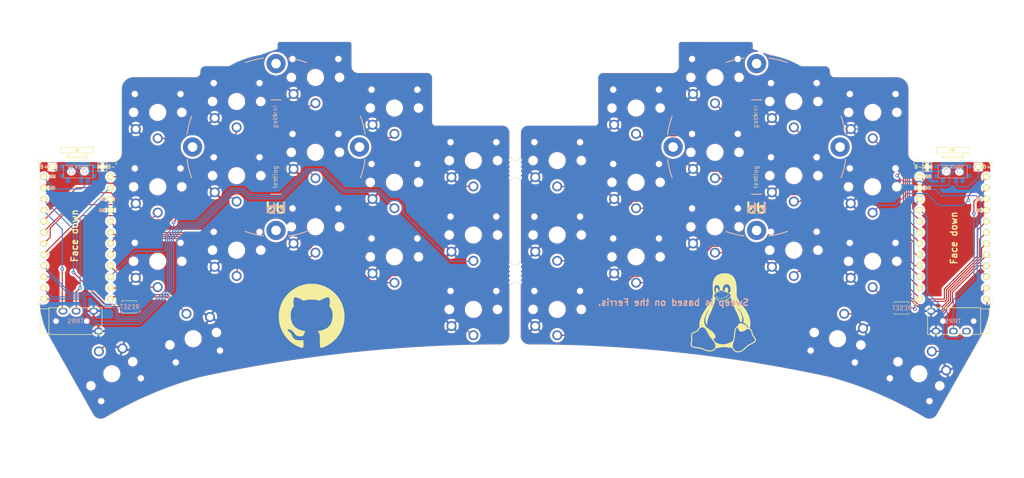
<source format=kicad_pcb>
(kicad_pcb (version 20221018) (generator pcbnew)
  (layers (0 "F.Cu" signal) (31 "B.Cu" signal) (34 "B.Paste" user) (35 "F.Paste" user) (36 "B.SilkS" user "B.Silkscreen") (37 "F.SilkS" user "F.Silkscreen") (38 "B.Mask" user) (39 "F.Mask" user) (44 "Edge.Cuts" user))
  (net 0 "")
  (net 1 "BT+")
  (net 2 "gnd")
  (net 3 "vcc")
  (net 4 "Switch18")
  (net 5 "reset")
  (net 6 "Switch1")
  (net 7 "Switch2")
  (net 8 "Switch3")
  (net 9 "Switch4")
  (net 10 "Switch5")
  (net 11 "Switch6")
  (net 12 "Switch7")
  (net 13 "Switch8")
  (net 14 "Switch9")
  (net 15 "Switch10")
  (net 16 "Switch11")
  (net 17 "Switch12")
  (net 18 "Switch13")
  (net 19 "Switch14")
  (net 20 "Switch15")
  (net 21 "Switch16")
  (net 22 "Switch17")
  (net 23 "Net-(SW_POWER1-Pad1)")
  (net 24 "raw")
  (net 25 "BT+_r")
  (net 26 "Switch18_r")
  (net 27 "reset_r")
  (net 28 "Switch9_r")
  (net 29 "Switch10_r")
  (net 30 "Switch11_r")
  (net 31 "Switch12_r")
  (net 32 "Switch13_r")
  (net 33 "Switch14_r")
  (net 34 "Switch15_r")
  (net 35 "Switch16_r")
  (net 36 "Switch17_r")
  (net 37 "Switch1_r")
  (net 38 "Switch2_r")
  (net 39 "Switch3_r")
  (net 40 "Switch4_r")
  (net 41 "Switch5_r")
  (net 42 "Switch6_r")
  (net 43 "Switch7_r")
  (net 44 "Switch8_r")
  (net 45 "Net-(SW_POWERR1-Pad1)")
  (footprint "kbd:ProMicro_v3_min" (layer "F.Cu") (at 230.178 67.564)
    (fp_text reference "U1" hide)
    (fp_text value "ProMicro-kbd" hide)
  )
  (footprint "Kailh:TRRS-PJ-320A" (layer "F.Cu") (at 236.474 86.052 -90)
    (fp_text reference "J2")
    (fp_text value "AudioJack4dpb" hide)
  )
  (footprint "* duckyb-collection:choc-v1-with-millmax" (layer "F.Cu") (at 175.856 64.516)
    (fp_text reference "SW16" hide)
    (fp_text value "SW_Push" hide)
  )
  (footprint "* duckyb-collection:choc-v1-with-millmax" (layer "F.Cu") (at 222.386 98.082 150)
    (fp_text reference "SW20" hide)
    (fp_text value "SW_Push" hide)
  )
  (footprint "* duckyb-collection:choc-v1-with-millmax" (layer "F.Cu") (at 157.856 71.374)
    (fp_text reference "SW15" hide)
    (fp_text value "SW_Push" hide)
  )
  (footprint "* duckyb-collection:choc-v1-with-millmax" (layer "F.Cu") (at 203.826 90.082 165)
    (fp_text reference "SW21" hide)
    (fp_text value "SW_Push" hide)
  )
  (footprint "* duckyb-collection:choc-v1-with-millmax" (layer "F.Cu") (at 193.856 69.85)
    (fp_text reference "SW17" hide)
    (fp_text value "SW_Push" hide)
  )
  (footprint "* duckyb-collection:choc-v1-with-millmax" (layer "F.Cu") (at 211.836 72.39)
    (fp_text reference "SW18" hide)
    (fp_text value "SW_Push" hide)
  )
  (footprint "* duckyb-collection:choc-v1-with-millmax" (layer "F.Cu") (at 175.856 30.382)
    (fp_text reference "SW4" hide)
    (fp_text value "SW_Push" hide)
  )
  (footprint "* duckyb-collection:choc-v1-with-millmax" (layer "F.Cu") (at 157.856 37.382)
    (fp_text reference "SW3" hide)
    (fp_text value "SW_Push" hide)
  )
  (footprint "* duckyb-collection:choc-v1-with-millmax" (layer "F.Cu") (at 157.856 54.356)
    (fp_text reference "SW9" hide)
    (fp_text value "SW_Push" hide)
  )
  (footprint "* duckyb-collection:choc-v1-with-millmax" (layer "F.Cu") (at 139.856 83.382)
    (fp_text reference "SW14" hide)
    (fp_text value "SW_Push" hide)
  )
  (footprint "* duckyb-collection:choc-v1-with-millmax" (layer "F.Cu") (at 211.836 55.372)
    (fp_text reference "SW12" hide)
    (fp_text value "SW_Push" hide)
  )
  (footprint "* duckyb-collection:choc-v1-with-millmax" (layer "F.Cu") (at 193.856 52.832)
    (fp_text reference "SW11" hide)
    (fp_text value "SW_Push" hide)
  )
  (footprint "* duckyb-collection:choc-v1-with-millmax" (layer "F.Cu") (at 139.856 66.382)
    (fp_text reference "SW8" hide)
    (fp_text value "SW_Push" hide)
  )
  (footprint "* duckyb-collection:choc-v1-with-millmax" (layer "F.Cu") (at 211.856 38.382)
    (fp_text reference "SW6" hide)
    (fp_text value "SW_Push" hide)
  )
  (footprint "* duckyb-collection:choc-v1-with-millmax" (layer "F.Cu") (at 193.856 35.882)
    (fp_text reference "SW5" hide)
    (fp_text value "SW_Push" hide)
  )
  (footprint "* duckyb-collection:choc-v1-with-millmax" (layer "F.Cu") (at 139.856 49.382)
    (fp_text reference "SW2" hide)
    (fp_text value "SW_Push" hide)
  )
  (footprint "Duckyb-Parts:mouse-bite-5mm-slot-with-space-for-track" (layer "F.Cu") (at 130.302 51.308)
    (fp_text reference "mouse-bite-2mm-slot" hide)
    (fp_text value "VAL**" hide)
  )
  (footprint "Duckyb-Parts:mouse-bite-5mm-slot-with-space-for-track" (layer "F.Cu") (at 130.302 75.184)
    (fp_text reference "mouse-bite-2mm-slot" hide)
    (fp_text value "VAL**" hide)
  )
  (footprint "kbd:SW_SPST_B3U-1000P" (layer "F.Cu") (at 218.44 83.058)
    (fp_text reference "RSW1" hide)
    (fp_text value "SW_Push")
  )
  (footprint "* duckyb-collection:choc-v1-with-millmax" (layer "F.Cu") (at 175.856 47.498)
    (fp_text reference "SW10" hide)
    (fp_text value "SW_Push" hide)
  )
  (footprint "kbd:Tenting_Puck2" (layer "F.Cu") (at 185.356 46.282)
    (fp_text reference "REF**")
    (fp_text value "Tenting Puck")
  )
  (footprint "kbd:1pin_conn" (layer "F.Cu") (at 235.966 50.8)
    (fp_text reference "B+")
    (fp_text value "MountingHole_Pad" hide)
  )
  (footprint "kbd:1pin_conn" (layer "F.Cu") (at 224.282 50.8)
    (fp_text reference "B-")
    (fp_text value "MountingHole_Pad" hide)
  )
  (footprint "kbd:ProMicro_v3_min" (layer "F.Cu") (at 30.326 67.564)
    (fp_text reference "U2" hide)
    (fp_text value "ProMicro-kbd" hide)
  )
  (footprint "Kailh:TRRS-PJ-320A" (layer "F.Cu") (at 23.876 86.052 90)
    (fp_text reference "J1")
    (fp_text value "AudioJack4dpb" hide)
  )
  (footprint "* duckyb-collection:choc-v1-with-millmax" (layer "F.Cu") (at 48.686 72.39)
    (fp_text reference "SW17_r1" hide)
    (fp_text value "SW_Push" hide)
  )
  (footprint "* duckyb-collection:choc-v1-with-millmax" (layer "F.Cu") (at 66.7 52.832)
    (fp_text reference "SW11_r1" hide)
    (fp_text value "SW_Push" hide)
  )
  (footprint "* duckyb-collection:choc-v1-with-millmax" (layer "F.Cu") (at 84.688 64.516)
    (fp_text reference "SW15_r1" hide)
    (fp_text value "SW_Push" hide)
  )
  (footprint "* duckyb-collection:choc-v1-with-millmax" (layer "F.Cu") (at 102.714 71.374)
    (fp_text reference "SW18_r1" hide)
    (fp_text value "SW_Push" hide)
  )
  (footprint "* duckyb-collection:choc-v1-with-millmax" (layer "F.Cu") (at 48.686 38.382)
    (fp_text reference "SW6_r1" hide)
    (fp_text value "SW_Push" hide)
  )
  (footprint "* duckyb-collection:choc-v1-with-millmax" (layer "F.Cu") (at 66.7 35.882)
    (fp_text reference "SW5_r1" hide)
    (fp_text value "SW_Push" hide)
  )
  (footprint "* duckyb-collection:choc-v1-with-millmax" (layer "F.Cu") (at 120.732 49.382)
    (fp_text reference "SW2_r1" hide)
    (fp_text value "SW_Push" hide)
  )
  (footprint "* duckyb-collection:choc-v1-with-millmax" (layer "F.Cu") (at 66.7 69.85)
    (fp_text reference "SW16_r1" hide)
    (fp_text value "SW_Push" hide)
  )
  (footprint "* duckyb-collection:choc-v1-with-millmax" (layer "F.Cu") (at 84.688 30.382)
    (fp_text reference "SW4_r1" hide)
    (fp_text value "SW_Push" hide)
  )
  (footprint "* duckyb-collection:choc-v1-with-millmax" (layer "F.Cu") (at 120.732 83.382)
    (fp_text reference "SW13_r1" hide)
    (fp_text value "SW_Push" hide)
  )
  (footprint "* duckyb-collection:choc-v1-with-millmax" (layer "F.Cu") (at 48.686 55.372)
    (fp_text reference "SW12_r1" hide)
    (fp_text value "SW_Push" hide)
  )
  (footprint "* duckyb-collection:choc-v1-with-millmax" (layer "F.Cu") (at 102.714 37.382)
    (fp_text reference "SW3_r1" hide)
    (fp_text value "SW_Push" hide)
  )
  (footprint "* duckyb-collection:choc-v1-with-millmax" (layer "F.Cu") (at 102.714 54.356)
    (fp_text reference "SW8_r1" hide)
    (fp_text value "SW_Push" hide)
  )
  (footprint "* duckyb-collection:choc-v1-with-millmax" (layer "F.Cu") (at 56.778 90.082 -165)
    (fp_text reference "SW21_r1" hide)
    (fp_text value "SW_Push" hide)
  )
  (footprint "* duckyb-collection:choc-v1-with-millmax" (layer "F.Cu") (at 84.688 47.498)
    (fp_text reference "SW9_r1" hide)
    (fp_text value "SW_Push" hide)
  )
  (footprint "* duckyb-collection:choc-v1-with-millmax" (layer "F.Cu") (at 38.218 98.082 -150)
    (fp_text reference "SW20_r1" hide)
    (fp_text value "SW_Push" hide)
  )
  (footprint "* duckyb-collection:choc-v1-with-millmax" (layer "F.Cu") (at 120.732 66.382)
    (fp_text reference "SW7_r1" hide)
    (fp_text value "SW_Push" hide)
  )
  (footprint "kbd:Tenting_Puck2" (layer "F.Cu") (at 75.692 46.282)
    (fp_text reference "REF**")
    (fp_text value "Tenting Puck")
  )
  (footprint "kbd:1pin_conn" (layer "F.Cu") (at 36.068 50.8)
    (fp_text reference "B-")
    (fp_text value "MountingHole_Pad" hide)
  )
  (footprint "kbd:1pin_conn" (layer "F.Cu") (at 24.638 50.8)
    (fp_text reference "B+")
    (fp_text value "MountingHole_Pad" hide)
  )
  (footprint "kbd:SW_SPST_B3U-1000P" (layer "F.Cu") (at 42.164 82.804)
    (fp_text reference "RSW2" hide)
    (fp_text value "SW_Push")
  )
  (footprint "LOGO" (layer "F.Cu") (at 177.77 84.16)
    (fp_text reference "G***" hide)
    (fp_text value "LOGO" hide)
  )
  (footprint "LOGO" (layer "F.Cu") (at 83.82 84.836)
    (fp_text reference "G***" hide)
    (fp_text value "LOGO" hide)
  )
  (footprint "Kailh:SPDT_C128955" (layer "B.Cu") (at 230.124 51.816 180)
    (fp_text reference "POWER SW")
    (fp_text value "SW_SPDT")
  )
  (footprint "Kailh:SPDT_C128955" (layer "B.Cu") (at 30.48 51.816 180)
    (fp_text reference "POWER SW")
    (fp_text value "SW_SPDT")
  )
  (gr_rect (start 27.178 50.419) (end 33.909 53.34) (stroke (width 0.12)) (fill none) (layer "B.SilkS"))
  (gr_rect (start 226.822 50.419) (end 233.426 53.34) (stroke (width 0.12)) (fill none) (layer "B.SilkS"))
  (gr_line (start 131.5085 77.724) (end 131.506254 89.547024) (stroke (width 0.05)) (layer "Edge.Cuts"))
  (gr_arc (start 226.44 107.46) (mid 225.19974 108.321743) (end 223.7142 108.049686) (stroke (width 0.05)) (layer "Edge.Cuts"))
  (gr_arc (start 222.033002 49.694917) (mid 220.620534 49.145716) (end 219.998001 47.763999) (stroke (width 0.05)) (layer "Edge.Cuts"))
  (gr_arc (start 237.938 49.691958) (mid 238.471181 49.914476) (end 238.687999 50.45) (stroke (width 0.05)) (layer "Edge.Cuts"))
  (gr_arc (start 133.544 91.383119) (mid 132.156573 90.874102) (end 131.506254 89.547024) (stroke (width 0.05)) (layer "Edge.Cuts"))
  (gr_arc (start 202.185134 98.863946) (mid 213.262488 102.723597) (end 223.714 108.05) (stroke (width 0.05)) (layer "Edge.Cuts"))
  (gr_line (start 222.033002 49.694917) (end 237.938 49.692) (stroke (width 0.05)) (layer "Edge.Cuts"))
  (gr_arc (start 133.544 91.383119) (mid 168.064442 93.289554) (end 202.185134 98.863946) (stroke (width 0.05)) (layer "Edge.Cuts"))
  (gr_line (start 238.688 58.42) (end 238.688 66.548) (stroke (width 0.05)) (layer "Edge.Cuts"))
  (gr_line (start 236.953304 88.85815) (end 226.44 107.46) (stroke (width 0.05)) (layer "Edge.Cuts"))
  (gr_arc (start 238.7 81.534) (mid 238.242913 85.295347) (end 236.953304 88.85815) (stroke (width 0.05)) (layer "Edge.Cuts"))
  (gr_line (start 238.688 50.45) (end 238.688 58.42) (stroke (width 0.05)) (layer "Edge.Cuts"))
  (gr_line (start 131.56 43.01) (end 131.572 48.768) (stroke (width 0.05)) (layer "Edge.Cuts"))
  (gr_line (start 129.3495 48.768) (end 128.96 48.768) (stroke (width 0.05)) (layer "Edge.Cuts"))
  (gr_line (start 238.688 66.548) (end 238.688 75.438) (stroke (width 0.05)) (layer "Edge.Cuts"))
  (gr_line (start 238.688 75.438) (end 238.7 81.534) (stroke (width 0.05)) (layer "Edge.Cuts"))
  (gr_line (start 129.3495 72.644) (end 128.96 72.644) (stroke (width 0.05)) (layer "Edge.Cuts"))
  (gr_line (start 129.3495 53.848) (end 128.96 53.848) (stroke (width 0.05)) (layer "Edge.Cuts"))
  (gr_line (start 129.3495 77.724) (end 128.96 77.724) (stroke (width 0.05)) (layer "Edge.Cuts"))
  (gr_line (start 131.572 53.848) (end 131.572 72.644) (stroke (width 0.05)) (layer "Edge.Cuts"))
  (gr_line (start 21.792 50.442) (end 21.792 58.42) (stroke (width 0.05)) (layer "Edge.Cuts"))
  (gr_line (start 128.96 77.724) (end 128.975507 89.545022) (stroke (width 0.05)) (layer "Edge.Cuts"))
  (gr_arc (start 128.975507 89.545022) (mid 128.324689 90.873432) (end 126.936 91.383119) (stroke (width 0.05)) (layer "Edge.Cuts"))
  (gr_line (start 40.481999 47.763999) (end 40.481955 33.02) (stroke (width 0.05)) (layer "Edge.Cuts"))
  (gr_line (start 21.792 66.548) (end 21.792 73.914) (stroke (width 0.05)) (layer "Edge.Cuts"))
  (gr_line (start 23.526696 88.85815) (end 34.034 107.451265) (stroke (width 0.05)) (layer "Edge.Cuts"))
  (gr_arc (start 40.481999 47.763999) (mid 39.859467 49.145717) (end 38.446998 49.694917) (stroke (width 0.05)) (layer "Edge.Cuts"))
  (gr_arc (start 58.294866 98.863946) (mid 92.415558 93.289555) (end 126.936 91.383119) (stroke (width 0.05)) (layer "Edge.Cuts"))
  (gr_arc (start 23.526696 88.85815) (mid 22.237087 85.295347) (end 21.78 81.534) (stroke (width 0.05)) (layer "Edge.Cuts"))
  (gr_arc (start 21.792 50.442) (mid 22.01167 49.91167) (end 22.542 49.692) (stroke (width 0.05)) (layer "Edge.Cuts"))
  (gr_line (start 38.446998 49.694917) (end 22.542 49.692) (stroke (width 0.05)) (layer "Edge.Cuts"))
  (gr_line (start 21.792 58.42) (end 21.792 66.548) (stroke (width 0.05)) (layer "Edge.Cuts"))
  (gr_arc (start 36.766 108.05) (mid 35.275005 108.32098) (end 34.034 107.451265) (stroke (width 0.05)) (layer "Edge.Cuts"))
  (gr_arc (start 36.766 108.05) (mid 47.217512 102.723597) (end 58.294866 98.863946) (stroke (width 0.05)) (layer "Edge.Cuts"))
  (gr_line (start 21.792 73.914) (end 21.78 81.534) (stroke (width 0.05)) (layer "Edge.Cuts"))
  (gr_line (start 128.96 53.848) (end 128.96 72.644) (stroke (width 0.05)) (layer "Edge.Cuts"))
  (gr_line (start 128.96 43.01) (end 128.96 48.768) (stroke (width 0.05)) (layer "Edge.Cuts"))
  (gr_arc (start 217.339982 30.334913) (mid 219.242528 31.120732) (end 220.035996 33.020101) (stroke (width 0.05)) (layer "Edge.Cuts"))
  (gr_arc (start 183.949982 22.280857) (mid 184.33391 22.444065) (end 184.489981 22.830949) (stroke (width 0.05)) (layer "Edge.Cuts"))
  (gr_arc (start 167.599982 22.827465) (mid 167.756054 22.440582) (end 168.139981 22.277373) (stroke (width 0.05)) (layer "Edge.Cuts"))
  (gr_arc (start 94.48 29.37) (mid 93.388998 28.942758) (end 92.919982 27.869051) (stroke (width 0.05)) (layer "Edge.Cuts"))
  (gr_line (start 111.309982 40.638523) (end 111.31 30.47) (stroke (width 0.05)) (layer "Edge.Cuts"))
  (gr_line (start 76.03 23.866967) (end 76.03 22.82) (stroke (width 0.05)) (layer "Edge.Cuts"))
  (gr_arc (start 127.331558 41.389979) (mid 128.481295 41.862728) (end 128.959999 43.01) (stroke (width 0.05)) (layer "Edge.Cuts"))
  (gr_line (start 167.599982 23.880949) (end 167.599982 22.827465) (stroke (width 0.05)) (layer "Edge.Cuts"))
  (gr_line (start 188.4563 25.26244) (end 184.489982 23.877916) (stroke (width 0.05)) (layer "Edge.Cuts"))
  (gr_line (start 202.099982 29.246349) (end 202.099982 28.941549) (stroke (width 0.05)) (layer "Edge.Cuts"))
  (gr_arc (start 203.192182 30.338549) (mid 202.41988 30.018651) (end 202.099982 29.246349) (stroke (width 0.05)) (layer "Edge.Cuts"))
  (gr_line (start 110.2 29.36) (end 94.48 29.37) (stroke (width 0.05)) (layer "Edge.Cuts"))
  (gr_line (start 184.489982 23.877916) (end 184.489982 22.830949) (stroke (width 0.05)) (layer "Edge.Cuts"))
  (gr_line (start 131.572 48.768) (end 131.2545 48.768) (stroke (width 0.05)) (layer "Edge.Cuts"))
  (gr_line (start 58.42 29.2354) (end 58.42 28.9306) (stroke (width 0.05)) (layer "Edge.Cuts"))
  (gr_line (start 72.063682 25.251491) (end 76.03 23.866967) (stroke (width 0.05)) (layer "Edge.Cuts"))
  (gr_line (start 149.21 40.649472) (end 149.209982 30.480949) (stroke (width 0.05)) (layer "Edge.Cuts"))
  (gr_arc (start 92.380001 22.266424) (mid 92.763929 22.429632) (end 92.92 22.816516) (stroke (width 0.05)) (layer "Edge.Cuts"))
  (gr_line (start 127.331558 41.389979) (end 112.07 41.38) (stroke (width 0.05)) (layer "Edge.Cuts"))
  (gr_line (start 43.18 30.321955) (end 57.3278 30.3276) (stroke (width 0.05)) (layer "Edge.Cuts"))
  (gr_line (start 76.57 22.269908) (end 92.380001 22.266424) (stroke (width 0.05)) (layer "Edge.Cuts"))
  (gr_line (start 200.982382 27.823949) (end 195.539982 27.823949) (stroke (width 0.05)) (layer "Edge.Cuts"))
  (gr_line (start 217.339982 30.332904) (end 203.192182 30.338549) (stroke (width 0.05)) (layer "Edge.Cuts"))
  (gr_arc (start 40.481955 33.02) (mid 41.272194 31.112194) (end 43.18 30.321955) (stroke (width 0.05)) (layer "Edge.Cuts"))
  (gr_arc (start 131.254499 72.644) (mid 130.302 73.288873) (end 129.349501 72.643999) (stroke (width 0.05)) (layer "Edge.Cuts"))
  (gr_line (start 131.572 53.848) (end 131.2545 53.848) (stroke (width 0.05)) (layer "Edge.Cuts"))
  (gr_line (start 150.319982 29.370949) (end 166.039982 29.380949) (stroke (width 0.05)) (layer "Edge.Cuts"))
  (gr_line (start 92.92 23.87) (end 92.92 22.816516) (stroke (width 0.05)) (layer "Edge.Cuts"))
  (gr_arc (start 188.4563 25.26244) (mid 192.111973 26.228401) (end 195.539982 27.823949) (stroke (width 0.05)) (layer "Edge.Cuts"))
  (gr_line (start 167.6 27.88) (end 167.599982 23.880949) (stroke (width 0.05)) (layer "Edge.Cuts"))
  (gr_arc (start 129.349501 77.724) (mid 130.302 77.079127) (end 131.254499 77.724001) (stroke (width 0.05)) (layer "Edge.Cuts"))
  (gr_arc (start 131.560001 43.01) (mid 132.042539 41.869789) (end 133.188422 41.400879) (stroke (width 0.05)) (layer "Edge.Cuts"))
  (gr_arc (start 58.42 28.9306) (mid 58.747337 28.140337) (end 59.5376 27.813) (stroke (width 0.05)) (layer "Edge.Cuts"))
  (gr_arc (start 110.2 29.36) (mid 110.984889 29.685111) (end 111.31 30.47) (stroke (width 0.05)) (layer "Edge.Cuts"))
  (gr_arc (start 58.42 29.2354) (mid 58.100102 30.007702) (end 57.3278 30.3276) (stroke (width 0.05)) (layer "Edge.Cuts"))
  (gr_line (start 219.998001 47.763999) (end 220.035997 33.020101) (stroke (width 0.05)) (layer "Edge.Cuts"))
  (gr_arc (start 149.209982 30.480949) (mid 149.535093 29.69606) (end 150.319982 29.370949) (stroke (width 0.05)) (layer "Edge.Cuts"))
  (gr_line (start 133.188424 41.400928) (end 148.449982 41.390949) (stroke (width 0.05)) (layer "Edge.Cuts"))
  (gr_arc (start 167.6 27.88) (mid 167.130984 28.953706) (end 166.039982 29.380949) (stroke (width 0.05)) (layer "Edge.Cuts"))
  (gr_line (start 92.919982 27.869051) (end 92.92 23.87) (stroke (width 0.05)) (layer "Edge.Cuts"))
  (gr_line (start 59.5376 27.813) (end 64.98 27.813) (stroke (width 0.05)) (layer "Edge.Cuts"))
  (gr_arc (start 76.030001 22.82) (mid 76.186073 22.433117) (end 76.57 22.269908) (stroke (width 0.05)) (layer "Edge.Cuts"))
  (gr_arc (start 200.982382 27.823949) (mid 201.772645 28.151286) (end 202.099982 28.941549) (stroke (width 0.05)) (layer "Edge.Cuts"))
  (gr_arc (start 149.21 40.649472) (mid 148.983556 41.177616) (end 148.449982 41.390948) (stroke (width 0.05)) (layer "Edge.Cuts"))
  (gr_line (start 131.572 72.644) (end 131.2545 72.644) (stroke (width 0.05)) (layer "Edge.Cuts"))
  (gr_arc (start 112.07 41.379999) (mid 111.536427 41.166666) (end 111.309982 40.638523) (stroke (width 0.05)) (layer "Edge.Cuts"))
  (gr_line (start 183.949982 22.280857) (end 168.139981 22.277373) (stroke (width 0.05)) (layer "Edge.Cuts"))
  (gr_arc (start 131.254499 48.768) (mid 130.302 49.412873) (end 129.349501 48.767999) (stroke (width 0.05)) (layer "Edge.Cuts"))
  (gr_line (start 131.5085 77.724) (end 131.2545 77.724) (stroke (width 0.05)) (layer "Edge.Cuts"))
  (gr_arc (start 64.98 27.813) (mid 68.408009 26.217451) (end 72.063682 25.251491) (stroke (width 0.05)) (layer "Edge.Cuts"))
  (gr_arc (start 129.349501 53.848) (mid 130.302 53.203127) (end 131.254499 53.848001) (stroke (width 0.05)) (layer "Edge.Cuts"))
  (gr_text "Sweep is based on the Ferris." (at 166.37 81.788) (layer "B.SilkS") (effects (font (size 1.5 1.5) (thickness 0.3)) (justify mirror)))
  (gr_text "Face down" (at 230.378 67.056 90) (layer "F.SilkS") (effects (font (size 1.5 1.5) (thickness 0.3))))
  (gr_text "Face down" (at 29.718 66.548 90) (layer "F.SilkS") (effects (font (size 1.5 1.5) (thickness 0.3))))
  (segment (start 25.360999 51.522999) (end 28.051999 51.522999) (width 0.25) (layer "B.Cu") (net 1))
  (segment (start 24.638 50.8) (end 25.360999 51.522999) (width 0.25) (layer "B.Cu") (net 1))
  (segment (start 29.046501 50.890501) (end 29.373499 50.890501) (width 0.25) (layer "B.Cu") (net 1))
  (segment (start 28.738499 50.836499) (end 28.992499 50.836499) (width 0.25) (layer "B.Cu") (net 1))
  (segment (start 31.23 52.747002) (end 31.23 53.891) (width 0.25) (layer "B.Cu") (net 1))
  (segment (start 28.051999 51.522999) (end 28.738499 50.836499) (width 0.25) (layer "B.Cu") (net 1))
  (segment (start 29.373499 50.890501) (end 31.23 52.747002) (width 0.25) (layer "B.Cu") (net 1))
  (segment (start 28.992499 50.836499) (end 29.046501 50.890501) (width 0.25) (layer "B.Cu") (net 1))
  (segment (start 224.8576 85.65317) (end 225.174 85.33677) (width 0.25) (layer "F.Cu") (net 2))
  (segment (start 225.174 85.33677) (end 225.174 83.552) (width 0.25) (layer "F.Cu") (net 2))
  (segment (start 216.74 83.058) (end 216.74 84.758) (width 0.25) (layer "F.Cu") (net 2))
  (segment (start 216.74 85.54477) (end 216.8484 85.65317) (width 0.25) (layer "F.Cu") (net 2))
  (segment (start 216.8484 85.65317) (end 224.8576 85.65317) (width 0.25) (layer "F.Cu") (net 2))
  (segment (start 216.74 84.758) (end 216.74 85.54477) (width 0.25) (layer "F.Cu") (net 2))
  (segment (start 40.40601 82.74601) (end 40.464 82.804) (width 0.25) (layer "F.Cu") (net 2))
  (segment (start 34.076 83.552) (end 37.80201 83.552) (width 0.25) (layer "F.Cu") (net 2))
  (segment (start 37.80201 83.552) (end 38.608 82.74601) (width 0.25) (layer "F.Cu") (net 2))
  (segment (start 38.608 82.74601) (end 40.40601 82.74601) (width 0.25) (layer "F.Cu") (net 2))
  (segment (start 213.159159 42.182) (end 206.856 42.182) (width 0.25) (layer "B.Cu") (net 2))
  (segment (start 221.777159 50.8) (end 213.159159 42.182) (width 0.25) (layer "B.Cu") (net 2))
  (segment (start 226.254 88.332) (end 226.274 88.352) (width 0.25) (layer "B.Cu") (net 2))
  (segment (start 226.244 88.322) (end 226.274 88.352) (width 0.25) (layer "B.Cu") (net 2))
  (segment (start 224.282 50.8) (end 221.777159 50.8) (width 0.25) (layer "B.Cu") (net 2))
  (segment (start 26.924 83.4) (end 27.076 83.552) (width 0.25) (layer "F.Cu") (net 3))
  (segment (start 26.924 74.168) (end 26.924 83.4) (width 0.25) (layer "F.Cu") (net 3))
  (via (at 26.924 74.168) (size 0.8) (drill 0.4) (layers "F.Cu" "B.Cu") (net 3))
  (segment (start 233.254 88.332) (end 233.274 88.352) (width 0.25) (layer "B.Cu") (net 3))
  (segment (start 26.924 65.1126) (end 26.924 74.168) (width 0.25) (layer "B.Cu") (net 3))
  (segment (start 22.5174 60.706) (end 26.924 65.1126) (width 0.25) (layer "B.Cu") (net 3))
  (segment (start 224.282 62.2186) (end 224.282 79.502) (width 0.25) (layer "B.Cu") (net 3))
  (segment (start 229.108 89.662) (end 231.764 89.662) (width 0.25) (layer "B.Cu") (net 3))
  (segment (start 222.7694 60.706) (end 224.282 62.2186) (width 0.25) (layer "B.Cu") (net 3))
  (segment (start 231.764 89.662) (end 233.274 88.152) (width 0.25) (layer "B.Cu") (net 3))
  (segment (start 228.854 84.074) (end 228.854 89.408) (width 0.25) (layer "B.Cu") (net 3))
  (segment (start 228.854 89.408) (end 229.108 89.662) (width 0.25) (layer "B.Cu") (net 3))
  (segment (start 224.282 79.502) (end 228.854 84.074) (width 0.25) (layer "B.Cu") (net 3))
  (segment (start 237.9894 55.626) (end 234.95 58.6654) (width 0.25) (layer "F.Cu") (net 4))
  (segment (start 234.95 58.6654) (end 234.95 61.468) (width 0.25) (layer "F.Cu") (net 4))
  (via (at 234.95 61.468) (size 0.8) (drill 0.4) (layers "F.Cu" "B.Cu") (net 4))
  (segment (start 230.274 81.13) (end 234.95 76.454) (width 0.25) (layer "B.Cu") (net 4))
  (segment (start 230.274 88.152) (end 230.274 81.13) (width 0.25) (layer "B.Cu") (net 4))
  (segment (start 234.95 76.454) (end 234.95 61.468) (width 0.25) (layer "B.Cu") (net 4))
  (segment (start 220.14 83.058) (end 221.234 83.058) (width 0.25) (layer "F.Cu") (net 5))
  (segment (start 221.234 83.058) (end 221.488 83.312) (width 0.25) (layer "F.Cu") (net 5))
  (via (at 221.488 83.312) (size 0.8) (drill 0.4) (layers "F.Cu" "B.Cu") (net 5))
  (segment (start 221.488 82.55) (end 221.234 82.296) (width 0.25) (layer "B.Cu") (net 5))
  (segment (start 221.488 83.312) (end 221.488 82.55) (width 0.25) (layer "B.Cu") (net 5))
  (segment (start 221.234 59.7014) (end 221.234 82.296) (width 0.25) (layer "B.Cu") (net 5))
  (segment (start 222.7694 58.166) (end 221.234 59.7014) (width 0.25) (layer "B.Cu") (net 5))
  (segment (start 217.678 50.292) (end 218.41796 51.03196) (width 0.25) (layer "F.Cu") (net 6))
  (segment (start 155.956 44.958) (end 162.814 44.958) (width 0.25) (layer "F.Cu") (net 6))
  (segment (start 205.994 50.292) (end 217.678 50.292) (width 0.25) (layer "F.Cu") (net 6))
  (segment (start 218.41796 51.03196) (end 218.41796 51.83804) (width 0.25) (layer "F.Cu") (net 6))
  (segment (start 199.84001 47.69401) (end 202.946 50.8) (width 0.25) (layer "F.Cu") (net 6))
  (segment (start 167.057719 43.732009) (end 169.641728 41.148) (width 0.25) (layer "F.Cu") (net 6))
  (segment (start 164.03999 43.73201) (end 167.057719 43.732009) (width 0.25) (layer "F.Cu") (net 6))
  (segment (start 162.814 44.958) (end 164.03999 43.73201) (width 0.25) (layer "F.Cu") (net 6))
  (segment (start 183.38518 41.148) (end 188.6032 46.36602) (width 0.25) (layer "F.Cu") (net 6))
  (segment (start 202.946 50.8) (end 205.486 50.8) (width 0.25) (layer "F.Cu") (net 6))
  (segment (start 196.53079 46.36602) (end 197.85878 47.69401) (width 0.25) (layer "F.Cu") (net 6))
  (segment (start 197.85878 47.69401) (end 199.84001 47.69401) (width 0.25) (layer "F.Cu") (net 6))
  (segment (start 188.6032 46.36602) (end 196.53079 46.36602) (width 0.25) (layer "F.Cu") (net 6))
  (segment (start 218.41796 51.83804) (end 217.424 52.832) (width 0.25) (layer "F.Cu") (net 6))
  (segment (start 205.486 50.8) (end 205.994 50.292) (width 0.25) (layer "F.Cu") (net 6))
  (segment (start 169.641728 41.148) (end 183.38518 41.148) (width 0.25) (layer "F.Cu") (net 6))
  (segment (start 139.856 55.282) (end 145.632 55.282) (width 0.25) (layer "F.Cu") (net 6))
  (segment (start 145.632 55.282) (end 155.956 44.958) (width 0.25) (layer "F.Cu") (net 6))
  (via (at 217.424 52.832) (size 0.8) (drill 0.4) (layers "F.Cu" "B.Cu") (net 6))
  (segment (start 237.9894 75.946) (end 236.4697 74.4263) (width 0.25) (layer "B.Cu") (net 6))
  (segment (start 236.4697 58.4243) (end 235.4451 57.3997) (width 0.25) (layer "B.Cu") (net 6))
  (segment (start 236.4697 74.4263) (end 236.4697 58.4243) (width 0.25) (layer "B.Cu") (net 6))
  (segment (start 224.711081 55.958919) (end 222.925163 54.173001) (width 0.25) (layer "B.Cu") (net 6))
  (segment (start 218.765001 54.173001) (end 217.424 52.832) (width 0.25) (layer "B.Cu") (net 6))
  (segment (start 235.4451 57.3997) (end 227.5797 57.3997) (width 0.25) (layer "B.Cu") (net 6))
  (segment (start 227.5797 57.3997) (end 226.138919 55.958919) (width 0.25) (layer "B.Cu") (net 6))
  (segment (start 226.138919 55.958919) (end 224.711081 55.958919) (width 0.25) (layer "B.Cu") (net 6))
  (segment (start 222.925163 54.173001) (end 218.765001 54.173001) (width 0.25) (layer "B.Cu") (net 6))
  (segment (start 203.07441 50.292) (end 205.35759 50.292) (width 0.25) (layer "F.Cu") (net 7))
  (segment (start 205.933189 49.716401) (end 218.243991 49.716401) (width 0.25) (layer "F.Cu") (net 7))
  (segment (start 218.86797 50.34038) (end 218.86797 65.70597) (width 0.25) (layer "F.Cu") (net 7))
  (segment (start 200.026411 47.244001) (end 203.07441 50.292) (width 0.25) (layer "F.Cu") (net 7))
  (segment (start 159.234991 44.172991) (end 162.962599 44.172991) (width 0.25) (layer "F.Cu") (net 7))
  (segment (start 163.853591 43.282001) (end 166.871317 43.282001) (width 0.25) (layer "F.Cu") (net 7))
  (segment (start 157.856 43.282) (end 158.344 43.282) (width 0.25) (layer "F.Cu") (net 7))
  (segment (start 169.513318 40.64) (end 183.51359 40.64) (width 0.25) (layer "F.Cu") (net 7))
  (segment (start 205.35759 50.292) (end 205.933189 49.716401) (width 0.25) (layer "F.Cu") (net 7))
  (segment (start 166.871317 43.282001) (end 169.513318 40.64) (width 0.25) (layer "F.Cu") (net 7))
  (segment (start 162.962599 44.172991) (end 163.853591 43.282001) (width 0.25) (layer "F.Cu") (net 7))
  (segment (start 158.344 43.282) (end 159.234991 44.172991) (width 0.25) (layer "F.Cu") (net 7))
  (segment (start 218.243991 49.716401) (end 218.86797 50.34038) (width 0.25) (layer "F.Cu") (net 7))
  (segment (start 221.234 70.358) (end 221.742 70.866) (width 0.25) (layer "F.Cu") (net 7))
  (segment (start 218.86797 65.70597) (end 221.234 68.072) (width 0.25) (layer "F.Cu") (net 7))
  (segment (start 221.234 68.072) (end 221.234 70.358) (width 0.25) (layer "F.Cu") (net 7))
  (segment (start 221.742 70.866) (end 222.5694 70.866) (width 0.25) (layer "F.Cu") (net 7))
  (segment (start 198.55318 47.244) (end 200.026411 47.244001) (width 0.25) (layer "F.Cu") (net 7))
  (segment (start 198.46359 47.15441) (end 198.55318 47.244) (width 0.25) (layer "F.Cu") (net 7))
  (segment (start 196.71719 45.91601) (end 197.95559 47.15441) (width 0.25) (layer "F.Cu") (net 7))
  (segment (start 183.51359 40.64) (end 188.7896 45.91601) (width 0.25) (layer "F.Cu") (net 7))
  (segment (start 188.7896 45.91601) (end 196.71719 45.91601) (width 0.25) (layer "F.Cu") (net 7))
  (segment (start 197.95559 47.15441) (end 198.46359 47.15441) (width 0.25) (layer "F.Cu") (net 7))
  (segment (start 219.31798 64.87458) (end 222.7694 68.326) (width 0.25) (layer "F.Cu") (net 8))
  (segment (start 188.976 45.466) (end 196.90359 45.466) (width 0.25) (layer "F.Cu") (net 8))
  (segment (start 179.76399 40.18999) (end 183.69999 40.18999) (width 0.25) (layer "F.Cu") (net 8))
  (segment (start 198.1156 46.67801) (end 200.20999 46.67801) (width 0.25) (layer "F.Cu") (net 8))
  (segment (start 218.430392 49.266392) (end 219.31798 50.15398) (width 0.25) (layer "F.Cu") (net 8))
  (segment (start 183.69999 40.18999) (end 188.976 45.466) (width 0.25) (layer "F.Cu") (net 8))
  (segment (start 205.17119 49.84199) (end 205.746788 49.266392) (width 0.25) (layer "F.Cu") (net 8))
  (segment (start 219.31798 50.15398) (end 219.31798 64.87458) (width 0.25) (layer "F.Cu") (net 8))
  (segment (start 196.90359 45.466) (end 198.1156 46.67801) (width 0.25) (layer "F.Cu") (net 8))
  (segment (start 175.856 36.282) (end 179.76399 40.18999) (width 0.25) (layer "F.Cu") (net 8))
  (segment (start 205.746788 49.266392) (end 218.430392 49.266392) (width 0.25) (layer "F.Cu") (net 8))
  (segment (start 203.26081 49.84199) (end 205.17119 49.84199) (width 0.25) (layer "F.Cu") (net 8))
  (segment (start 200.20999 46.67801) (end 200.20999 46.79117) (width 0.25) (layer "F.Cu") (net 8))
  (segment (start 200.20999 46.79117) (end 203.26081 49.84199) (width 0.25) (layer "F.Cu") (net 8))
  (segment (start 193.856 41.782) (end 198.302 46.228) (width 0.25) (layer "F.Cu") (net 9))
  (segment (start 219.76799 49.84199) (end 219.76799 62.78459) (width 0.25) (layer "F.Cu") (net 9))
  (segment (start 203.44721 49.39198) (end 204.98479 49.39198) (width 0.25) (layer "F.Cu") (net 9))
  (segment (start 205.560388 48.816382) (end 218.742382 48.816382) (width 0.25) (layer "F.Cu") (net 9))
  (segment (start 218.742382 48.816382) (end 219.76799 49.84199) (width 0.25) (layer "F.Cu") (net 9))
  (segment (start 200.66 46.49161) (end 200.66 46.60477) (width 0.25) (layer "F.Cu") (net 9))
  (segment (start 200.396391 46.228001) (end 200.66 46.49161) (width 0.25) (layer "F.Cu") (net 9))
  (segment (start 204.98479 49.39198) (end 205.560388 48.816382) (width 0.25) (layer "F.Cu") (net 9))
  (segment (start 219.76799 62.78459) (end 222.7694 65.786) (width 0.25) (layer "F.Cu") (net 9))
  (segment (start 198.302 46.228) (end 200.396391 46.228001) (width 0.25) (layer "F.Cu") (net 9))
  (segment (start 200.66 46.60477) (end 203.44721 49.39198) (width 0.25) (layer "F.Cu") (net 9))
  (segment (start 220.218 49.276) (end 220.218 60.6946) (width 0.25) (layer "F.Cu") (net 10))
  (segment (start 211.856 44.282) (end 215.940372 48.366372) (width 0.25) (layer "F.Cu") (net 10))
  (segment (start 215.940372 48.366372) (end 219.308372 48.366372) (width 0.25) (layer "F.Cu") (net 10))
  (segment (start 220.218 60.6946) (end 222.7694 63.246) (width 0.25) (layer "F.Cu") (net 10))
  (segment (start 219.308372 48.366372) (end 220.218 49.276) (width 0.25) (layer "F.Cu") (net 10))
  (segment (start 189.93401 58.98599) (end 192.659 56.261) (width 0.25) (layer "F.Cu") (net 11))
  (segment (start 220.61002 68.08443) (end 220.61002 72.52802) (width 0.25) (layer "F.Cu") (net 11))
  (segment (start 206.363981 65.139981) (end 217.665571 65.139981) (width 0.25) (layer "F.Cu") (net 11))
  (segment (start 157.226 58.674) (end 159.004 58.674) (width 0.25) (layer "F.Cu") (net 11))
  (segment (start 197.485 56.261) (end 206.363981 65.139981) (width 0.25) (layer "F.Cu") (net 11))
  (segment (start 166.12701 59.80599) (end 174.625 51.308) (width 0.25) (layer "F.Cu") (net 11))
  (segment (start 180.097546 54.621546) (end 180.097546 56.399546) (width 0.25) (layer "F.Cu") (net 11))
  (segment (start 159.004 58.674) (end 160.13599 59.80599) (width 0.25) (layer "F.Cu") (net 11))
  (segment (start 160.13599 59.80599) (end 166.12701 59.80599) (width 0.25) (layer "F.Cu") (net 11))
  (segment (start 176.784 51.308) (end 180.097546 54.621546) (width 0.25) (layer "F.Cu") (net 11))
  (segment (start 174.625 51.308) (end 176.784 51.308) (width 0.25) (layer "F.Cu") (net 11))
  (segment (start 180.097546 56.399546) (end 182.68399 58.98599) (width 0.25) (layer "F.Cu") (net 11))
  (segment (start 143.618 72.282) (end 157.226 58.674) (width 0.25) (layer "F.Cu") (net 11))
  (segment (start 217.665571 65.139981) (end 220.61002 68.08443) (width 0.25) (layer "F.Cu") (net 11))
  (segment (start 192.659 56.261) (end 197.485 56.261) (width 0.25) (layer "F.Cu") (net 11))
  (segment (start 220.61002 72.52802) (end 221.488 73.406) (width 0.25) (layer "F.Cu") (net 11))
  (segment (start 221.488 73.406) (end 222.5694 73.406) (width 0.25) (layer "F.Cu") (net 11))
  (segment (start 139.856 72.282) (end 143.618 72.282) (width 0.25) (layer "F.Cu") (net 11))
  (segment (start 182.68399 58.98599) (end 189.93401 58.98599) (width 0.25) (layer "F.Cu") (net 11))
  (segment (start 197.298802 56.71052) (end 206.178273 65.589991) (width 0.25) (layer "F.Cu") (net 12))
  (segment (start 166.312718 60.256) (end 174.752718 51.816) (width 0.25) (layer "F.Cu") (net 12))
  (segment (start 220.16001 68.27083) (end 220.16001 73.53661) (width 0.25) (layer "F.Cu") (net 12))
  (segment (start 179.648026 56.641616) (end 182.44241 59.436) (width 0.25) (layer "F.Cu") (net 12))
  (segment (start 179.648026 54.807744) (end 179.648026 56.641616) (width 0.25) (layer "F.Cu") (net 12))
  (segment (start 176.656282 51.816) (end 179.648026 54.807744) (width 0.25) (layer "F.Cu") (net 12))
  (segment (start 182.44241 59.436) (end 190.119718 59.436) (width 0.25) (layer "F.Cu") (net 12))
  (segment (start 220.16001 73.53661) (end 222.5694 75.946) (width 0.25) (layer "F.Cu") (net 12))
  (segment (start 206.178273 65.589991) (end 217.479171 65.589991) (width 0.25) (layer "F.Cu") (net 12))
  (segment (start 174.752718 51.816) (end 176.656282 51.816) (width 0.25) (layer "F.Cu") (net 12))
  (segment (start 192.845198 56.71052) (end 197.298802 56.71052) (width 0.25) (layer "F.Cu") (net 12))
  (segment (start 157.856 60.256) (end 166.312718 60.256) (width 0.25) (layer "F.Cu") (net 12))
  (segment (start 190.119718 59.436) (end 192.845198 56.71052) (width 0.25) (layer "F.Cu") (net 12))
  (segment (start 217.479171 65.589991) (end 220.16001 68.27083) (width 0.25) (layer "F.Cu") (net 12))
  (segment (start 205.992564 66.04) (end 217.29277 66.04) (width 0.25) (layer "F.Cu") (net 13))
  (segment (start 175.768 53.398) (end 177.116272 53.398) (width 0.25) (layer "F.Cu") (net 13))
  (segment (start 219.644385 68.639975) (end 219.71 68.70559) (width 0.25) (layer "F.Cu") (net 13))
  (segment (start 219.71 75.6266) (end 222.5694 78.486) (width 0.25) (layer "F.Cu") (net 13))
  (segment (start 193.082619 57.16004) (end 197.112604 57.16004) (width 0.25) (layer "F.Cu") (net 13))
  (segment (start 219.71 68.70559) (end 219.71 75.6266) (width 0.25) (layer "F.Cu") (net 13))
  (segment (start 179.12799 55.409718) (end 179.12799 56.75799) (width 0.25) (layer "F.Cu") (net 13))
  (segment (start 190.169658 60.073001) (end 193.082619 57.16004) (width 0.25) (layer "F.Cu") (net 13))
  (segment (start 179.12799 56.75799) (end 182.443001 60.073001) (width 0.25) (layer "F.Cu") (net 13))
  (segment (start 182.443001 60.073001) (end 190.169658 60.073001) (width 0.25) (layer "F.Cu") (net 13))
  (segment (start 177.116272 53.398) (end 179.12799 55.409718) (width 0.25) (layer "F.Cu") (net 13))
  (segment (start 217.29277 66.04) (end 219.644385 68.391615) (width 0.25) (layer "F.Cu") (net 13))
  (segment (start 197.112604 57.16004) (end 205.992564 66.04) (width 0.25) (layer "F.Cu") (net 13))
  (segment (start 219.644385 68.391615) (end 219.644385 68.639975) (width 0.25) (layer "F.Cu") (net 13))
  (segment (start 217.106572 66.48952) (end 219.194865 68.577813) (width 0.25) (layer "F.Cu") (net 14))
  (segment (start 196.129831 57.841009) (end 197.157855 57.841009) (width 0.25) (layer "F.Cu") (net 14))
  (segment (start 195.23884 58.732) (end 196.129831 57.841009) (width 0.25) (layer "F.Cu") (net 14))
  (segment (start 219.202 68.833308) (end 219.202 77.4586) (width 0.25) (layer "F.Cu") (net 14))
  (segment (start 205.806367 66.48952) (end 217.106572 66.48952) (width 0.25) (layer "F.Cu") (net 14))
  (segment (start 197.157855 57.841009) (end 205.806367 66.48952) (width 0.25) (layer "F.Cu") (net 14))
  (segment (start 219.194865 68.826173) (end 219.202 68.833308) (width 0.25) (layer "F.Cu") (net 14))
  (segment (start 193.802 58.732) (end 195.23884 58.732) (width 0.25) (layer "F.Cu") (net 14))
  (segment (start 219.194865 68.577813) (end 219.194865 68.826173) (width 0.25) (layer "F.Cu") (net 14))
  (segment (start 219.202 77.4586) (end 222.7694 81.026) (width 0.25) (layer "F.Cu") (net 14))
  (segment (start 237.9894 53.086) (end 233.68 57.3954) (width 0.25) (layer "F.Cu") (net 15))
  (segment (start 233.68 57.3954) (end 233.68 58.42) (width 0.25) (layer "F.Cu") (net 15))
  (via (at 233.68 58.42) (size 0.8) (drill 0.4) (layers "F.Cu" "B.Cu") (net 15))
  (segment (start 232.481001 59.618999) (end 233.68 58.42) (width 0.25) (layer "B.Cu") (net 15))
  (segment (start 211.836 61.272) (end 213.489001 59.618999) (width 0.25) (layer "B.Cu") (net 15))
  (segment (start 219.71 56.896) (end 224.170002 56.896) (width 0.25) (layer "B.Cu") (net 15))
  (segment (start 216.987001 59.618999) (end 219.71 56.896) (width 0.25) (layer "B.Cu") (net 15))
  (segment (start 226.893001 59.618999) (end 232.481001 59.618999) (width 0.25) (layer "B.Cu") (net 15))
  (segment (start 224.170002 56.896) (end 226.893001 59.618999) (width 0.25) (layer "B.Cu") (net 15))
  (segment (start 213.489001 59.618999) (end 216.987001 59.618999) (width 0.25) (layer "B.Cu") (net 15))
  (segment (start 215.646 79.502) (end 216.916 80.772) (width 0.25) (layer "F.Cu") (net 16))
  (segment (start 175.109908 68.453) (end 184.912 68.453) (width 0.25) (layer "F.Cu") (net 16))
  (segment (start 143.775453 89.282) (end 157.248964 75.808489) (width 0.25) (layer "F.Cu") (net 16))
  (segment (start 206.70903 78.91397) (end 210.439 75.184) (width 0.25) (layer "F.Cu") (net 16))
  (segment (start 222.25 82.296) (end 223.366176 82.296) (width 0.25) (layer "F.Cu") (net 16))
  (segment (start 166.889546 70.854454) (end 172.708454 70.854454) (width 0.25) (layer "F.Cu") (net 16))
  (segment (start 210.439 75.184) (end 213.741 75.184) (width 0.25) (layer "F.Cu") (net 16))
  (segment (start 220.726 80.772) (end 222.25 82.296) (width 0.25) (layer "F.Cu") (net 16))
  (segment (start 216.916 80.772) (end 220.726 80.772) (width 0.25) (layer "F.Cu") (net 16))
  (segment (start 190.5 73.025) (end 202.05982 73.025) (width 0.25) (layer "F.Cu") (net 16))
  (segment (start 202.05982 73.025) (end 203.14201 74.10719) (width 0.25) (layer "F.Cu") (net 16))
  (segment (start 172.708454 70.854454) (end 175.109908 68.453) (width 0.25) (layer "F.Cu") (net 16))
  (segment (start 203.14201 74.10719) (end 203.14201 77.7916) (width 0.25) (layer "F.Cu") (net 16))
  (segment (start 235.802379 71.124571) (end 235.802379 65.233021) (width 0.25) (layer "F.Cu") (net 16))
  (segment (start 161.935511 75.808489) (end 166.889546 70.854454) (width 0.25) (layer "F.Cu") (net 16))
  (segment (start 139.856 89.282) (end 143.775453 89.282) (width 0.25) (layer "F.Cu") (net 16))
  (segment (start 203.14201 77.7916) (end 204.26438 78.91397) (width 0.25) (layer "F.Cu") (net 16))
  (segment (start 215.646 77.089) (end 215.646 79.502) (width 0.25) (layer "F.Cu") (net 16))
  (segment (start 189.484 72.009) (end 190.5 73.025) (width 0.25) (layer "F.Cu") (net 16))
  (segment (start 235.802379 65.233021) (end 237.7894 63.246) (width 0.25) (layer "F.Cu") (net 16))
  (segment (start 213.741 75.184) (end 215.646 77.089) (width 0.25) (layer "F.Cu") (net 16))
  (segment (start 224.636176 81.026) (end 228.21759 81.026) (width 0.25) (layer "F.Cu") (net 16))
  (segment (start 228.21759 78.70936) (end 235.802379 71.124571) (width 0.25) (layer "F.Cu") (net 16))
  (segment (start 188.468 72.009) (end 189.484 72.009) (width 0.25) (layer "F.Cu") (net 16))
  (segment (start 223.366176 82.296) (end 224.636176 81.026) (width 0.25) (layer "F.Cu") (net 16))
  (segment (start 204.26438 78.91397) (end 206.70903 78.91397) (width 0.25) (layer "F.Cu") (net 16))
  (segment (start 228.21759 81.026) (end 228.21759 78.70936) (width 0.25) (layer "F.Cu") (net 16))
  (segment (start 184.912 68.453) (end 188.468 72.009) (width 0.25) (layer "F.Cu") (net 16))
  (segment (start 157.248964 75.808489) (end 161.935511 75.808489) (width 0.25) (layer "F.Cu") (net 16))
  (segment (start 228.706875 78.856485) (end 229.090067 78.473293) (width 0.25) (layer "F.Cu") (net 17))
  (segment (start 222.108883 82.791293) (end 223.507293 82.791293) (width 0.25) (layer "F.Cu") (net 17))
  (segment (start 188.214 75.565) (end 190.754 75.565) (width 0.25) (layer "F.Cu") (net 17))
  (segment (start 213.554802 75.63352) (end 215.19648 77.275198) (width 0.25) (layer "F.Cu") (net 17))
  (segment (start 223.507293 82.791293) (end 224.764586 81.534) (width 0.25) (layer "F.Cu") (net 17))
  (segment (start 202.496002 77.782002) (end 204.07798 79.36398) (width 0.25) (layer "F.Cu") (net 17))
  (segment (start 229.090067 78.473293) (end 229.109287 78.473293) (width 0.25) (layer "F.Cu") (net 17))
  (segment (start 184.784649 71.375059) (end 184.784649 72.135649) (width 0.25) (layer "F.Cu") (net 17))
  (segment (start 204.07798 79.36398) (end 206.894738 79.36398) (width 0.25) (layer "F.Cu") (net 17))
  (segment (start 215.19648 77.275198) (end 215.19648 79.74125) (width 0.25) (layer "F.Cu") (net 17))
  (segment (start 172.894854 71.304464) (end 175.248829 68.950489) (width 0.25) (layer "F.Cu") (net 17))
  (segment (start 210.625198 75.63352) (end 213.554802 75.63352) (width 0.25) (layer "F.Cu") (net 17))
  (segment (start 229.109287 78.473293) (end 236.252389 71.330191) (width 0.25) (layer "F.Cu") (net 17))
  (segment (start 175.248829 68.950489) (end 182.360079 68.950489) (width 0.25) (layer "F.Cu") (net 17))
  (segment (start 192.84448 73.47452) (end 201.87293 73.47452) (width 0.25) (layer "F.Cu") (net 17))
  (segment (start 216.698615 81.243385) (end 220.560975 81.243385) (width 0.25) (layer "F.Cu") (net 17))
  (segment (start 228.346 81.534) (end 228.706875 81.173125) (width 0.25) (layer "F.Cu") (net 17))
  (segment (start 236.252389 71.330191) (end 236.252389 67.323011) (width 0.25) (layer "F.Cu") (net 17))
  (segment (start 167.075946 71.304464) (end 172.894854 71.304464) (width 0.25) (layer "F.Cu") (net 17))
  (segment (start 224.764586 81.534) (end 228.346 81.534) (width 0.25) (layer "F.Cu") (net 17))
  (segment (start 220.560975 81.243385) (end 222.108883 82.791293) (width 0.25) (layer "F.Cu") (net 17))
  (segment (start 161.10641 77.274) (end 167.075946 71.304464) (width 0.25) (layer "F.Cu") (net 17))
  (segment (start 201.87293 73.47452) (end 202.496002 74.097592) (width 0.25) (layer "F.Cu") (net 17))
  (segment (start 236.252389 67.323011) (end 237.7894 65.786) (width 0.25) (layer "F.Cu") (net 17))
  (segment (start 228.706875 81.173125) (end 228.706875 78.856485) (width 0.25) (layer "F.Cu") (net 17))
  (segment (start 182.360079 68.950489) (end 184.784649 71.375059) (width 0.25) (layer "F.Cu") (net 17))
  (segment (start 215.19648 79.74125) (end 216.698615 81.243385) (width 0.25) (layer "F.Cu") (net 17))
  (segment (start 157.856 77.274) (end 161.10641 77.274) (width 0.25) (layer "F.Cu") (net 17))
  (segment (start 206.894738 79.36398) (end 210.625198 75.63352) (width 0.25) (layer "F.Cu") (net 17))
  (segment (start 190.754 75.565) (end 192.84448 73.47452) (width 0.25) (layer "F.Cu") (net 17))
  (segment (start 202.496002 74.480002) (end 202.496002 77.782002) (width 0.25) (layer "F.Cu") (net 17))
  (segment (start 184.784649 72.135649) (end 188.214 75.565) (width 0.25) (layer "F.Cu") (net 17))
  (segment (start 202.496002 74.097592) (end 202.496002 74.480002) (width 0.25) (layer "F.Cu") (net 17))
  (segment (start 237.7894 68.326) (end 236.702399 69.413001) (width 0.25) (layer "F.Cu") (net 18))
  (segment (start 227.83121 82.6852) (end 227.83121 83.31597) (width 0.25) (layer "F.Cu") (net 18))
  (segment (start 236.702399 71.516591) (end 229.176105 79.042885) (width 0.25) (layer "F.Cu") (net 18))
  (segment (start 236.702399 69.413001) (end 236.702399 71.516591) (width 0.25) (layer "F.Cu") (net 18))
  (segment (start 229.156885 79.042885) (end 229.156884 81.359526) (width 0.25) (layer "F.Cu") (net 18))
  (segment (start 229.156884 81.359526) (end 227.83121 82.6852) (width 0.25) (layer "F.Cu") (net 18))
  (segment (start 229.176105 79.042885) (end 229.156885 79.042885) (width 0.25) (layer "F.Cu") (net 18))
  (segment (start 227.83121 83.31597) (end 225.67759 85.46959) (width 0.25) (layer "F.Cu") (net 18))
  (segment (start 203.76599 79.81399) (end 202.045992 78.093992) (width 0.25) (layer "F.Cu") (net 18))
  (segment (start 193.030678 73.92404) (end 190.940197 76.01452) (width 0.25) (layer "F.Cu") (net 18))
  (segment (start 225.044 86.10318) (end 219.96682 86.10318) (width 0.25) (layer "F.Cu") (net 18))
  (segment (start 201.686732 73.92404) (end 193.030678 73.92404) (width 0.25) (layer "F.Cu") (net 18))
  (segment (start 190.940197 76.01452) (end 187.909018 76.01452) (width 0.25) (layer "F.Cu") (net 18))
  (segment (start 215.58801 80.76919) (end 214.74696 79.92814) (width 0.25) (layer "F.Cu") (net 18))
  (segment (start 202.045992 74.2833) (end 201.686732 73.92404) (width 0.25) (layer "F.Cu") (net 18))
  (segment (start 187.909018 76.01452) (end 184.33464 72.440142) (width 0.25) (layer "F.Cu") (net 18))
  (segment (start 184.334639 71.812639) (end 182.938 70.416) (width 0.25) (layer "F.Cu") (net 18))
  (segment (start 215.58801 85.02919) (end 215.58801 80.76919) (width 0.25) (layer "F.Cu") (net 18))
  (segment (start 210.811396 76.08304) (end 207.080446 79.81399) (width 0.25) (layer "F.Cu") (net 18))
  (segment (start 214.74696 79.92814) (end 214.74696 77.461396) (width 0.25) (layer "F.Cu") (net 18))
  (segment (start 207.080446 79.81399) (end 203.76599 79.81399) (width 0.25) (layer "F.Cu") (net 18))
  (segment (start 184.33464 72.440142) (end 184.334639 71.812639) (width 0.25) (layer "F.Cu") (net 18))
  (segment (start 202.045992 78.093992) (end 202.045992 74.2833) (width 0.25) (layer "F.Cu") (net 18))
  (segment (start 219.71 86.36) (end 216.91882 86.36) (width 0.25) (layer "F.Cu") (net 18))
  (segment (start 216.91882 86.36) (end 215.58801 85.02919) (width 0.25) (layer "F.Cu") (net 18))
  (segment (start 225.67759 85.46959) (end 225.044 86.10318) (width 0.25) (layer "F.Cu") (net 18))
  (segment (start 213.368604 76.08304) (end 210.811396 76.08304) (width 0.25) (layer "F.Cu") (net 18))
  (segment (start 219.96682 86.10318) (end 219.71 86.36) (width 0.25) (layer "F.Cu") (net 18))
  (segment (start 214.74696 77.461396) (end 213.368604 76.08304) (width 0.25) (layer "F.Cu") (net 18))
  (segment (start 182.938 70.416) (end 175.768 70.416) (width 0.25) (layer "F.Cu") (net 18))
  (segment (start 229.606893 81.545927) (end 229.606893 81.289107) (width 0.25) (layer "F.Cu") (net 19))
  (segment (start 229.606893 81.289107) (end 229.606895 81.289105) (width 0.25) (layer "F.Cu") (net 19))
  (segment (start 229.606895 79.248505) (end 229.606895 81.289105) (width 0.25) (layer "F.Cu") (net 19))
  (segment (start 229.606895 79.248505) (end 229.606893 81.545927) (width 0.25) (layer "F.Cu") (net 19))
  (segment (start 237.9894 70.866) (end 229.606895 79.248505) (width 0.25) (layer "F.Cu") (net 19))
  (segment (start 225.2304 86.55319) (end 228.28122 83.50237) (width 0.25) (layer "F.Cu") (net 19))
  (segment (start 215.138 85.21559) (end 216.79041 86.868) (width 0.25) (layer "F.Cu") (net 19))
  (segment (start 201.480001 78.173999) (end 203.570002 80.264) (width 0.25) (layer "F.Cu") (net 19))
  (segment (start 220.27881 86.55319) (end 225.2304 86.55319) (width 0.25) (layer "F.Cu") (net 19))
  (segment (start 194.817999 74.734001) (end 201.480001 74.734001) (width 0.25) (layer "F.Cu") (net 19))
  (segment (start 203.570002 80.264) (end 207.266153 80.264) (width 0.25) (layer "F.Cu") (net 19))
  (segment (start 216.79041 86.868) (end 219.964 86.868) (width 0.25) (layer "F.Cu") (net 19))
  (segment (start 213.182406 76.53256) (end 214.249 77.599154) (width 0.25) (layer "F.Cu") (net 19))
  (segment (start 193.802 75.75) (end 194.817999 74.734001) (width 0.25) (layer "F.Cu") (net 19))
  (segment (start 207.266153 80.264) (end 210.997594 76.53256) (width 0.25) (layer "F.Cu") (net 19))
  (segment (start 214.249 80.06659) (end 215.138 80.95559) (width 0.25) (layer "F.Cu") (net 19))
  (segment (start 214.249 77.599154) (end 214.249 80.06659) (width 0.25) (layer "F.Cu") (net 19))
  (segment (start 201.480001 74.734001) (end 201.480001 78.173999) (width 0.25) (layer "F.Cu") (net 19))
  (segment (start 210.997594 76.53256) (end 213.182406 76.53256) (width 0.25) (layer "F.Cu") (net 19))
  (segment (start 215.138 80.95559) (end 215.138 85.21559) (width 0.25) (layer "F.Cu") (net 19))
  (segment (start 219.964 86.868) (end 220.27881 86.55319) (width 0.25) (layer "F.Cu") (net 19))
  (segment (start 228.28122 82.8716) (end 229.606893 81.545927) (width 0.25) (layer "F.Cu") (net 19))
  (segment (start 228.28122 83.50237) (end 228.28122 82.8716) (width 0.25) (layer "F.Cu") (net 19))
  (segment (start 237.9894 73.406) (end 236.08581 73.406) (width 0.25) (layer "F.Cu") (net 20))
  (segment (start 236.08581 73.406) (end 233.104905 76.386905) (width 0.25) (layer "F.Cu") (net 20))
  (segment (start 228.73123 83.058) (end 228.73123 83.69723) (width 0.25) (layer "F.Cu") (net 20))
  (segment (start 233.104905 76.386905) (end 230.056905 79.434905) (width 0.25) (layer "F.Cu") (net 20))
  (segment (start 228.73123 83.69723) (end 225.94146 86.487) (width 0.25) (layer "F.Cu") (net 20))
  (segment (start 230.056902 81.732328) (end 228.73123 83.058) (width 0.25) (layer "F.Cu") (net 20))
  (segment (start 220.09241 87.376) (end 216.662 87.376) (width 0.25) (layer "F.Cu") (net 20))
  (segment (start 216.662 87.376) (end 214.68848 85.40248) (width 0.25) (layer "F.Cu") (net 20))
  (segment (start 214.68848 85.40248) (end 214.68848 81.14248) (width 0.25) (layer "F.Cu") (net 20))
  (segment (start 230.056905 81.601095) (end 230.056902 81.732328) (width 0.25) (layer "F.Cu") (net 20))
  (segment (start 225.94146 86.487) (end 225.933 86.487) (width 0.25) (layer "F.Cu") (net 20))
  (segment (start 220.465211 87.003199) (end 220.09241 87.376) (width 0.25) (layer "F.Cu") (net 20))
  (segment (start 230.056905 79.434905) (end 230.056905 81.601095) (width 0.25) (layer "F.Cu") (net 20))
  (segment (start 225.933 86.487) (end 225.416801 87.003199) (width 0.25) (layer "F.Cu") (net 20))
  (segment (start 214.68848 81.14248) (end 211.836 78.29) (width 0.25) (layer "F.Cu") (net 20))
  (segment (start 225.416801 87.003199) (end 220.465211 87.003199) (width 0.25) (layer "F.Cu") (net 20))
  (segment (start 237.7894 78.486) (end 235.966 80.3094) (width 0.25) (layer "F.Cu") (net 21))
  (segment (start 235.966 80.3094) (end 235.966 85.598) (width 0.25) (layer "F.Cu") (net 21))
  (segment (start 226.187 91.313) (end 228.662795 93.788795) (width 0.25) (layer "F.Cu") (net 21))
  (segment (start 228.662795 93.788795) (end 230.186795 93.788795) (width 0.25) (layer "F.Cu") (net 21))
  (segment (start 221.234 87.884) (end 224.663 91.313) (width 0.25) (layer "F.Cu") (net 21))
  (segment (start 230.186795 93.788795) (end 235.966 88.00959) (width 0.25) (layer "F.Cu") (net 21))
  (segment (start 216.408 87.884) (end 221.234 87.884) (width 0.25) (layer "F.Cu") (net 21))
  (segment (start 212.907038 84.383038) (end 216.408 87.884) (width 0.25) (layer "F.Cu") (net 21))
  (segment (start 205.353032 84.383038) (end 212.907038 84.383038) (width 0.25) (layer "F.Cu") (net 21))
  (segment (start 235.966 88.00959) (end 235.966 85.598) (width 0.25) (layer "F.Cu") (net 21))
  (segment (start 224.663 91.313) (end 226.187 91.313) (width 0.25) (layer "F.Cu") (net 21))
  (segment (start 228.520549 94.313451) (end 230.298549 94.313451) (width 0.25) (layer "F.Cu") (net 22))
  (segment (start 237.9894 84.0826) (end 237.9894 81.026) (width 0.25) (layer "F.Cu") (net 22))
  (segment (start 236.474 85.598) (end 237.9894 84.0826) (width 0.25) (layer "F.Cu") (net 22))
  (segment (start 225.336 92.97245) (end 227.08445 92.97245) (width 0.25) (layer "F.Cu") (net 22))
  (segment (start 228.425451 94.313451) (end 228.520549 94.313451) (width 0.25) (layer "F.Cu") (net 22))
  (segment (start 236.474 88.138) (end 236.474 85.598) (width 0.25) (layer "F.Cu") (net 22))
  (segment (start 227.08445 92.97245) (end 228.425451 94.313451) (width 0.25) (layer "F.Cu") (net 22))
  (segment (start 230.298549 94.313451) (end 236.474 88.138) (width 0.25) (layer "F.Cu") (net 22))
  (segment (start 232.664 51.634998) (end 232.020001 50.990999) (width 0.25) (layer "B.Cu") (net 24))
  (segment (start 229.374499 54.597501) (end 228.854 55.118) (width 0.25) (layer "B.Cu") (net 24))
  (segment (start 232.020001 50.990999) (end 231.227999 50.990999) (width 0.25) (layer "B.Cu") (net 24))
  (segment (start 232.664 53.601) (end 232.664 51.634998) (width 0.25) (layer "B.Cu") (net 24))
  (segment (start 229.374499 52.844499) (end 229.374499 54.597501) (width 0.25) (layer "B.Cu") (net 24))
  (segment (start 226.568 55.118) (end 224.8014 55.118) (width 0.25) (layer "B.Cu") (net 24))
  (segment (start 224.8014 55.118) (end 222.7694 53.086) (width 0.25) (layer "B.Cu") (net 24))
  (segment (start 232.374 53.891) (end 232.664 53.601) (width 0.25) (layer "B.Cu") (net 24))
  (segment (start 231.227999 50.990999) (end 229.374499 52.844499) (width 0.25) (layer "B.Cu") (net 24))
  (segment (start 228.854 55.118) (end 226.568 55.118) (width 0.25) (layer "B.Cu") (net 24))
  (segment (start 22.5174 53.086) (end 24.3397 54.9083) (width 0.25) (layer "B.Cu") (net 24))
  (segment (start 25.3114 55.88) (end 26.924 55.88) (width 0.25) (layer "B.Cu") (net 24))
  (segment (start 32.73 54.392) (end 32.73 53.891) (width 0.25) (layer "B.Cu") (net 24))
  (segment (start 31.242 55.88) (end 32.73 54.392) (width 0.25) (layer "B.Cu") (net 24))
  (segment (start 24.3397 54.9083) (end 25.3114 55.88) (width 0.25) (layer "B.Cu") (net 24))
  (segment (start 26.924 55.88) (end 31.242 55.88) (width 0.25) (layer "B.Cu") (net 24))
  (segment (start 230.874 54.766) (end 230.874 53.891) (width 0.25) (layer "B.Cu") (net 25))
  (segment (start 235.966 53.086) (end 233.68 55.372) (width 0.25) (layer "B.Cu") (net 25))
  (segment (start 233.68 55.372) (end 231.48 55.372) (width 0.25) (layer "B.Cu") (net 25))
  (segment (start 235.966 50.8) (end 235.966 53.086) (width 0.25) (layer "B.Cu") (net 25))
  (segment (start 230.874 54.766) (end 231.48 55.372) (width 0.25) (layer "B.Cu") (net 25))
  (segment (start 30.076 83.552) (end 30.076 79.398) (width 0.25) (layer "F.Cu") (net 26))
  (segment (start 30.076 79.398) (end 30.988 78.486) (width 0.25) (layer "F.Cu") (net 26))
  (via (at 30.988 78.486) (size 0.8) (drill 0.4) (layers "F.Cu" "B.Cu") (net 26))
  (segment (start 30.988 62.3754) (end 30.988 78.486) (width 0.25) (layer "B.Cu") (net 26))
  (segment (start 37.7374 55.626) (end 30.988 62.3754) (width 0.25) (layer "B.Cu") (net 26))
  (segment (start 42.53601 81.47601) (end 43.864 82.804) (width 0.25) (layer "F.Cu") (net 27))
  (segment (start 39.086998 82.296) (end 39.906988 81.47601) (width 0.25) (layer "F.Cu") (net 27))
  (segment (start 39.906988 81.47601) (end 41.71399 81.47601) (width 0.25) (layer "F.Cu") (net 27))
  (segment (start 29.464 74.93) (end 36.83 82.296) (width 0.25) (layer "F.Cu") (net 27))
  (segment (start 41.71399 81.47601) (end 42.53601 81.47601) (width 0.25) (layer "F.Cu") (net 27))
  (segment (start 36.83 82.296) (end 39.086998 82.296) (width 0.25) (layer "F.Cu") (net 27))
  (via (at 29.464 74.93) (size 0.8) (drill 0.4) (layers "F.Cu" "B.Cu") (net 27))
  (segment (start 29.464 65.1126) (end 29.464 74.93) (width 0.25) (layer "B.Cu") (net 27))
  (segment (start 22.5174 58.166) (end 29.464 65.1126) (width 0.25) (layer "B.Cu") (net 27))
  (segment (start 54.545018 64.96552) (end 58.097479 64.96552) (width 0.25) (layer "B.Cu") (net 28))
  (segment (start 31.75 84.06439) (end 34.462611 86.777001) (width 0.25) (layer "B.Cu") (net 28))
  (segment (start 52.278362 79.039638) (end 52.278362 67.232176) (width 0.25) (layer "B.Cu") (net 28))
  (segment (start 44.540999 86.777001) (end 52.278362 79.039638) (width 0.25) (layer "B.Cu") (net 28))
  (segment (start 22.5174 81.026) (end 31.75 81.026) (width 0.25) (layer "B.Cu") (net 28))
  (segment (start 65.151 57.912) (end 65.882 57.912) (width 0.25) (layer "B.Cu") (net 28))
  (segment (start 58.097479 64.96552) (end 65.151 57.912) (width 0.25) (layer "B.Cu") (net 28))
  (segment (start 65.882 57.912) (end 66.702 58.732) (width 0.25) (layer "B.Cu") (net 28))
  (segment (start 52.278362 67.232176) (end 54.545018 64.96552) (width 0.25) (layer "B.Cu") (net 28))
  (segment (start 34.462611 86.777001) (end 44.540999 86.777001) (width 0.25) (layer "B.Cu") (net 28))
  (segment (start 31.75 81.026) (end 31.75 84.06439) (width 0.25) (layer "B.Cu") (net 28))
  (segment (start 47.57608 62.46392) (end 48.768 61.272) (width 0.25) (layer "F.Cu") (net 29))
  (segment (start 44.303638 62.46392) (end 47.57608 62.46392) (width 0.25) (layer "F.Cu") (net 29))
  (segment (start 40.07352 57.462895) (end 40.07352 58.233802) (width 0.25) (layer "F.Cu") (net 29))
  (segment (start 37.9374 53.086) (end 39.37 53.086) (width 0.25) (layer "F.Cu") (net 29))
  (segment (start 39.37 53.086) (end 39.819659 53.535659) (width 0.25) (layer "F.Cu") (net 29))
  (segment (start 40.07352 58.233802) (end 44.303638 62.46392) (width 0.25) (layer "F.Cu") (net 29))
  (segment (start 39.819659 57.209033) (end 40.07352 57.462895) (width 0.25) (layer "F.Cu") (net 29))
  (segment (start 39.819659 53.535659) (end 39.819659 57.209033) (width 0.25) (layer "F.Cu") (net 29))
  (segment (start 72.415745 66.724301) (end 72.823123 66.724303) (width 0.25) (layer "F.Cu") (net 30))
  (segment (start 71.804301 66.724301) (end 72.415745 66.724301) (width 0.25) (layer "F.Cu") (net 30))
  (segment (start 72.415745 66.724301) (end 72.419047 66.720999) (width 0.25) (layer "F.Cu") (net 30))
  (segment (start 61.136301 66.724301) (end 71.804301 66.724301) (width 0.25) (layer "F.Cu") (net 30))
  (segment (start 37.7374 63.246) (end 40.3317 65.8403) (width 0.25) (layer "F.Cu") (net 30))
  (segment (start 60.2523 65.8403) (end 61.136301 66.724301) (width 0.25) (layer "F.Cu") (net 30))
  (segment (start 40.3317 65.8403) (end 60.2523 65.8403) (width 0.25) (layer "F.Cu") (net 30))
  (segment (start 87.884 70.358) (end 85.598 68.072) (width 0.25) (layer "F.Cu") (net 30))
  (segment (start 116.814833 82.016833) (end 116.103167 81.305167) (width 0.25) (layer "F.Cu") (net 30))
  (segment (start 116.103167 81.305167) (end 116.103167 81.254833) (width 0.25) (layer "F.Cu") (net 30))
  (segment (start 90.80641 70.358) (end 87.884 70.358) (width 0.25) (layer "F.Cu") (net 30))
  (segment (start 100.965169 76.82399) (end 97.281308 76.82399) (width 0.25) (layer "F.Cu") (net 30))
  (segment (start 116.103167 81.254833) (end 114.579167 81.254833) (width 0.25) (layer "F.Cu") (net 30))
  (segment (start 114.579167 81.254833) (end 112.318334 78.994) (width 0.25) (layer "F.Cu") (net 30))
  (segment (start 85.598 68.072) (end 84.074 68.072) (width 0.25) (layer "F.Cu") (net 30))
  (segment (start 102.097159 75.692) (end 100.965169 76.82399) (width 0.25) (layer "F.Cu") (net 30))
  (segment (start 81.534 70.612) (end 76.71082 70.612) (width 0.25) (layer "F.Cu") (net 30))
  (segment (start 116.814833 85.630833) (end 116.814833 82.016833) (width 0.25) (layer "F.Cu") (net 30))
  (segment (start 91.127659 70.670341) (end 91.118751 70.670341) (width 0.25) (layer "F.Cu") (net 30))
  (segment (start 84.074 68.072) (end 81.534 70.612) (width 0.25) (layer "F.Cu") (net 30))
  (segment (start 112.318334 78.994) (end 108.204 78.994) (width 0.25) (layer "F.Cu") (net 30))
  (segment (start 108.204 78.994) (end 104.902 75.692) (width 0.25) (layer "F.Cu") (net 30))
  (segment (start 120.65 89.466) (end 116.814833 85.630833) (width 0.25) (layer "F.Cu") (net 30))
  (segment (start 76.71082 70.612) (end 72.823121 66.724301) (width 0.25) (layer "F.Cu") (net 30))
  (segment (start 72.823121 66.724301) (end 71.804301 66.724301) (width 0.25) (layer "F.Cu") (net 30))
  (segment (start 97.281308 76.82399) (end 91.127659 70.670341) (width 0.25) (layer "F.Cu") (net 30))
  (segment (start 104.902 75.692) (end 102.097159 75.692) (width 0.25) (layer "F.Cu") (net 30))
  (segment (start 91.118751 70.670341) (end 90.80641 70.358) (width 0.25) (layer "F.Cu") (net 30))
  (segment (start 38.24171 66.29031) (end 60.0659 66.29031) (width 0.25) (layer "F.Cu") (net 31))
  (segment (start 97.086 77.274) (end 102.616 77.274) (width 0.25) (layer "F.Cu") (net 31))
  (segment (start 87.75559 70.866) (end 90.678 70.866) (width 0.25) (layer "F.Cu") (net 31))
  (segment (start 84.328 68.58) (end 85.46959 68.58) (width 0.25) (layer "F.Cu") (net 31))
  (segment (start 72.636722 67.174312) (end 76.58241 71.12) (width 0.25) (layer "F.Cu") (net 31))
  (segment (start 37.7374 65.786) (end 38.24171 66.29031) (width 0.25) (layer "F.Cu") (net 31))
  (segment (start 60.841689 67.174311) (end 72.636722 67.174312) (width 0.25) (layer "F.Cu") (net 31))
  (segment (start 85.46959 68.58) (end 87.75559 70.866) (width 0.25) (layer "F.Cu") (net 31))
  (segment (start 76.58241 71.12) (end 81.788 71.12) (width 0.25) (layer "F.Cu") (net 31))
  (segment (start 60.0659 66.29031) (end 60.841689 67.066099) (width 0.25) (layer "F.Cu") (net 31))
  (segment (start 90.678 70.866) (end 97.086 77.274) (width 0.25) (layer "F.Cu") (net 31))
  (segment (start 81.788 71.12) (end 84.328 68.58) (width 0.25) (layer "F.Cu") (net 31))
  (segment (start 60.841689 67.066099) (end 60.841689 67.174311) (width 0.25) (layer "F.Cu") (net 31))
  (segment (start 39.32308 66.74032) (end 59.771288 66.74032) (width 0.25) (layer "F.Cu") (net 32))
  (segment (start 72.450321 67.624321) (end 76.454 71.628) (width 0.25) (layer "F.Cu") (net 32))
  (segment (start 59.771288 66.74032) (end 60.645679 67.614711) (width 0.25) (layer "F.Cu") (net 32))
  (segment (start 60.645679 67.624321) (end 72.450321 67.624321) (width 0.25) (layer "F.Cu") (net 32))
  (segment (start 83.27 71.628) (end 84.736 70.162) (width 0.25) (layer "F.Cu") (net 32))
  (segment (start 60.645679 67.614711) (end 60.645679 67.624321) (width 0.25) (layer "F.Cu") (net 32))
  (segment (start 76.454 71.628) (end 83.27 71.628) (width 0.25) (layer "F.Cu") (net 32))
  (segment (start 37.7374 68.326) (end 39.32308 66.74032) (width 0.25) (layer "F.Cu") (net 32))
  (segment (start 39.37 68.326) (end 40.50567 67.19033) (width 0.25) (layer "F.Cu") (net 33))
  (segment (start 60.459279 68.074331) (end 63.756331 68.074331) (width 0.25) (layer "F.Cu") (net 33))
  (segment (start 37.7374 70.866) (end 39.37 69.2334) (width 0.25) (layer "F.Cu") (net 33))
  (segment (start 63.756331 68.074331) (end 64.160167 68.478167) (width 0.25) (layer "F.Cu") (net 33))
  (segment (start 39.37 69.2334) (end 39.37 68.326) (width 0.25) (layer "F.Cu") (net 33))
  (segment (start 40.50567 67.19033) (end 59.584888 67.19033) (width 0.25) (layer "F.Cu") (net 33))
  (segment (start 64.160167 71.221833) (end 66.802 73.863666) (width 0.25) (layer "F.Cu") (net 33))
  (segment (start 66.802 73.863666) (end 66.802 76.004) (width 0.25) (layer "F.Cu") (net 33))
  (segment (start 59.584888 67.19033) (end 59.584888 67.19994) (width 0.25) (layer "F.Cu") (net 33))
  (segment (start 59.584888 67.19994) (end 60.459279 68.074331) (width 0.25) (layer "F.Cu") (net 33))
  (segment (start 64.160167 68.478167) (end 64.160167 71.221833) (width 0.25) (layer "F.Cu") (net 33))
  (segment (start 37.7374 73.406) (end 42.6214 78.29) (width 0.25) (layer "F.Cu") (net 34))
  (segment (start 42.6214 78.29) (end 48.686 78.29) (width 0.25) (layer "F.Cu") (net 34))
  (segment (start 40.64 80.01) (end 50.87793 80.01) (width 0.25) (layer "F.Cu") (net 35))
  (segment (start 50.87793 80.01) (end 51.38593 80.518) (width 0.25) (layer "F.Cu") (net 35))
  (segment (start 39.116 78.486) (end 40.64 80.01) (width 0.25) (layer "F.Cu") (net 35))
  (segment (start 37.7374 78.486) (end 39.116 78.486) (width 0.25) (layer "F.Cu") (net 35))
  (segment (start 51.38593 80.518) (end 55.250968 84.383038) (width 0.25) (layer "F.Cu") (net 35))
  (segment (start 53.086 82.85448) (end 50.74952 80.518) (width 0.25) (layer "F.Cu") (net 36))
  (segment (start 37.68945 90.551) (end 47.371 90.551) (width 0.25) (layer "F.Cu") (net 36))
  (segment (start 35.268 92.97245) (end 37.68945 90.551) (width 0.25) (layer "F.Cu") (net 36))
  (segment (start 38.2454 80.518) (end 37.7374 81.026) (width 0.25) (layer "F.Cu") (net 36))
  (segment (start 47.371 90.551) (end 53.086 84.836) (width 0.25) (layer "F.Cu") (net 36))
  (segment (start 50.74952 80.518) (end 38.2454 80.518) (width 0.25) (layer "F.Cu") (net 36))
  (segment (start 53.086 84.836) (end 53.086 82.85448) (width 0.25) (layer "F.Cu") (net 36))
  (segment (start 52.71602 44.81998) (end 52.71602 63.10798) (width 0.25) (layer "F.Cu") (net 37))
  (segment (start 96.97001 43.37601) (end 92.14401 43.37601) (width 0.25) (layer "F.Cu") (net 37))
  (segment (start 67.52555 44.86945) (end 59.98104 44.86945) (width 0.25) (layer "F.Cu") (net 37))
  (segment (start 52.71602 63.10798) (end 52.324 63.5) (width 0.25) (layer "F.Cu") (net 37))
  (segment (start 73.665934 38.729066) (end 67.52555 44.86945) (width 0.25) (layer "F.Cu") (net 37))
  (segment (start 106.168964 52.574964) (end 96.97001 43.37601) (width 0.25) (layer "F.Cu") (net 37))
  (segment (start 87.497066 38.729066) (end 73.665934 38.729066) (width 0.25) (layer "F.Cu") (net 37))
  (segment (start 59.98104 44.86945) (end 58.54559 43.434) (width 0.25) (layer "F.Cu") (net 37))
  (segment (start 120.732 55.282) (end 112.686 55.282) (width 0.25) (layer "F.Cu") (net 37))
  (segment (start 112.686 55.282) (end 109.978964 52.574964) (width 0.25) (layer "F.Cu") (net 37))
  (segment (start 58.54559 43.434) (end 54.102 43.434) (width 0.25) (layer "F.Cu") (net 37))
  (segment (start 109.978964 52.574964) (end 106.168964 52.574964) (width 0.25) (layer "F.Cu") (net 37))
  (segment (start 54.102 43.434) (end 52.71602 44.81998) (width 0.25) (layer "F.Cu") (net 37))
  (segment (start 92.14401 43.37601) (end 87.497066 38.729066) (width 0.25) (layer "F.Cu") (net 37))
  (via (at 52.324 63.5) (size 0.8) (drill 0.4) (layers "F.Cu" "B.Cu") (net 37))
  (segment (start 50.478324 69.663676) (end 50.478324 66.361676) (width 0.25) (layer "B.Cu") (net 37))
  (segment (start 43.688 70.104) (end 50.038 70.104) (width 0.25) (layer "B.Cu") (net 37))
  (segment (start 50.038 70.104) (end 50.478324 69.663676) (width 0.25) (layer "B.Cu") (net 37))
  (segment (start 52.324 64.516) (end 52.324 63.5) (width 0.25) (layer "B.Cu") (net 37))
  (segment (start 41.6017 72.0817) (end 37.7374 75.946) (width 0.25) (layer "B.Cu") (net 37))
  (segment (start 50.478324 66.361676) (end 52.324 64.516) (width 0.25) (layer "B.Cu") (net 37))
  (segment (start 43.5794 70.104) (end 41.6017 72.0817) (width 0.25) (layer "B.Cu") (net 37))
  (segment (start 43.688 70.104) (end 43.5794 70.104) (width 0.25) (layer "B.Cu") (net 37))
  (segment (start 22.5174 70.866) (end 31.4074 61.976) (width 0.25) (layer "F.Cu") (net 38))
  (segment (start 52.26601 44.51081) (end 53.85082 42.926) (width 0.25) (layer "F.Cu") (net 38))
  (segment (start 50.419 64.262) (end 52.26601 62.41499) (width 0.25) (layer "F.Cu") (net 38))
  (segment (start 53.85082 42.926) (end 58.674 42.926) (width 0.25) (layer "F.Cu") (net 38))
  (segment (start 52.26601 62.41499) (end 52.26601 44.51081) (width 0.25) (layer "F.Cu") (net 38))
  (segment (start 101.877699 44.118301) (end 102.714 43.282) (width 0.25) (layer "F.Cu") (net 38))
  (segment (start 58.674 42.926) (end 60.167442 44.419442) (width 0.25) (layer "F.Cu") (net 38))
  (segment (start 43.307 64.262) (end 50.419 64.262) (width 0.25) (layer "F.Cu") (net 38))
  (segment (start 31.4074 61.976) (end 41.021 61.976) (width 0.25) (layer "F.Cu") (net 38))
  (segment (start 73.479736 38.279546) (end 87.809546 38.279546) (width 0.25) (layer "F.Cu") (net 38))
  (segment (start 60.167442 44.419442) (end 67.33984 44.419442) (width 0.25) (layer "F.Cu") (net 38))
  (segment (start 98.474301 44.118301) (end 101.877699 44.118301) (width 0.25) (layer "F.Cu") (net 38))
  (segment (start 92.456 42.926) (end 97.282 42.926) (width 0.25) (layer "F.Cu") (net 38))
  (segment (start 87.809546 38.279546) (end 92.456 42.926) (width 0.25) (layer "F.Cu") (net 38))
  (segment (start 41.021 61.976) (end 43.307 64.262) (width 0.25) (layer "F.Cu") (net 38))
  (segment (start 97.282 42.926) (end 98.474301 44.118301) (width 0.25) (layer "F.Cu") (net 38))
  (segment (start 67.33984 44.419442) (end 73.479736 38.279546) (width 0.25) (layer "F.Cu") (net 38))
  (segment (start 50.165 63.81248) (end 51.816 62.16148) (width 0.25) (layer "F.Cu") (net 39))
  (segment (start 73.294028 37.829536) (end 82.439464 37.829536) (width 0.25) (layer "F.Cu") (net 39))
  (segment (start 24.149905 66.893495) (end 24.149905 64.789905) (width 0.25) (layer "F.Cu") (net 39))
  (segment (start 82.439464 37.829536) (end 83.987 36.282) (width 0.25) (layer "F.Cu") (net 39))
  (segment (start 39.243 59.436) (end 43.61948 63.81248) (width 0.25) (layer "F.Cu") (net 39))
  (segment (start 51.816 62.16148) (end 51.816 44.32441) (width 0.25) (layer "F.Cu") (net 39))
  (segment (start 60.353842 43.969432) (end 67.154132 43.969432) (width 0.25) (layer "F.Cu") (net 39))
  (segment (start 53.66442 42.47599) (end 58.8604 42.47599) (width 0.25) (layer "F.Cu") (net 39))
  (segment (start 29.50381 59.436) (end 39.243 59.436) (width 0.25) (layer "F.Cu") (net 39))
  (segment (start 24.149905 64.789905) (end 29.50381 59.436) (width 0.25) (layer "F.Cu") (net 39))
  (segment (start 83.987 36.282) (end 84.688 36.282) (width 0.25) (layer "F.Cu") (net 39))
  (segment (start 43.61948 63.81248) (end 50.165 63.81248) (width 0.25) (layer "F.Cu") (net 39))
  (segment (start 67.154132 43.969432) (end 73.294028 37.829536) (width 0.25) (layer "F.Cu") (net 39))
  (segment (start 51.816 44.32441) (end 53.66442 42.47599) (width 0.25) (layer "F.Cu") (net 39))
  (segment (start 22.7174 68.326) (end 24.149905 66.893495) (width 0.25) (layer "F.Cu") (net 39))
  (segment (start 58.8604 42.47599) (end 60.353842 43.969432) (width 0.25) (layer "F.Cu") (net 39))
  (segment (start 60.540244 43.519424) (end 59.0468 42.02598) (width 0.25) (layer "F.Cu") (net 40))
  (segment (start 51.365991 44.138009) (end 51.36599 46.67801) (width 0.25) (layer "F.Cu") (net 40))
  (segment (start 66.7 43.028) (end 66.208576 43.519424) (width 0.25) (layer "F.Cu") (net 40))
  (segment (start 39.023911 58.581193) (end 39.023911 57.715951) (width 0.25) (layer "F.Cu") (net 40))
  (segment (start 43.805678 63.36296) (end 39.023911 58.581193) (width 0.25) (layer "F.Cu") (net 40))
  (segment (start 38.020961 56.713001) (end 31.590399 56.713001) (width 0.25) (layer "F.Cu") (net 40))
  (segment (start 51.36599 46.67801) (end 51.36648 46.6785) (width 0.25) (layer "F.Cu") (net 40))
  (segment (start 49.978802 63.36296) (end 43.805678 63.36296) (width 0.25) (layer "F.Cu") (net 40))
  (segment (start 39.023911 57.715951) (end 38.020961 56.713001) (width 0.25) (layer "F.Cu") (net 40))
  (segment (start 31.590399 56.713001) (end 22.5174 65.786) (width 0.25) (layer "F.Cu") (net 40))
  (segment (start 53.47802 42.02598) (end 51.365991 44.138009) (width 0.25) (layer "F.Cu") (net 40))
  (segment (start 51.36648 61.975282) (end 49.978802 63.36296) (width 0.25) (layer "F.Cu") (net 40))
  (segment (start 66.7 41.782) (end 66.7 43.028) (width 0.25) (layer "F.Cu") (net 40))
  (segment (start 51.36648 46.6785) (end 51.36648 61.975282) (width 0.25) (layer "F.Cu") (net 40))
  (segment (start 59.0468 42.02598) (end 53.47802 42.02598) (width 0.25) (layer "F.Cu") (net 40))
  (segment (start 66.208576 43.519424) (end 60.540244 43.519424) (width 0.25) (layer "F.Cu") (net 40))
  (segment (start 49.792604 62.91344) (end 44.11744 62.91344) (width 0.25) (layer "F.Cu") (net 41))
  (segment (start 50.91696 46.864697) (end 50.91696 61.789084) (width 0.25) (layer "F.Cu") (net 41))
  (segment (start 30.1817 55.5817) (end 22.5174 63.246) (width 0.25) (layer "F.Cu") (net 41))
  (segment (start 48.686 44.282) (end 50.124 44.282) (width 0.25) (layer "F.Cu") (net 41))
  (segment (start 50.916471 45.074471) (end 50.91647 46.864207) (width 0.25) (layer "F.Cu") (net 41))
  (segment (start 35.885001 54.538999) (end 34.8423 55.5817) (width 0.25) (layer "F.Cu") (net 41))
  (segment (start 50.91647 46.864207) (end 50.91696 46.864697) (width 0.25) (layer "F.Cu") (net 41))
  (segment (start 34.8423 55.5817) (end 30.1817 55.5817) (width 0.25) (layer "F.Cu") (net 41))
  (segment (start 44.11744 62.91344) (end 39.624 58.42) (width 0.25) (layer "F.Cu") (net 41))
  (segment (start 39.624 57.649092) (end 39.369649 57.394741) (width 0.25) (layer "F.Cu") (net 41))
  (segment (start 50.124 44.282) (end 50.916471 45.074471) (width 0.25) (layer "F.Cu") (net 41))
  (segment (start 50.91696 61.789084) (end 49.792604 62.91344) (width 0.25) (layer "F.Cu") (net 41))
  (segment (start 39.624 58.42) (end 39.624 57.649092) (width 0.25) (layer "F.Cu") (net 41))
  (segment (start 39.369649 57.394741) (end 39.369649 55.449487) (width 0.25) (layer "F.Cu") (net 41))
  (segment (start 39.369649 55.449487) (end 38.459161 54.538999) (width 0.25) (layer "F.Cu") (net 41))
  (segment (start 38.459161 54.538999) (end 35.885001 54.538999) (width 0.25) (layer "F.Cu") (net 41))
  (segment (start 101.54341 58.547) (end 99.13041 56.134) (width 0.25) (layer "B.Cu") (net 42))
  (segment (start 39.624 83.367766) (end 38.453117 82.196883) (width 0.25) (layer "B.Cu") (net 42))
  (segment (start 115.765318 72.39) (end 104.618659 61.243341) (width 0.25) (layer "B.Cu") (net 42))
  (segment (start 39.624 85.09) (end 39.624 83.367766) (width 0.25) (layer "B.Cu") (net 42))
  (segment (start 69.761299 57.188299) (end 68.326 55.753) (width 0.25) (layer "B.Cu") (net 42))
  (segment (start 33.855237 79.631003) (end 28.742401 79.631001) (width 0.25) (layer "B.Cu") (net 42))
  (segment (start 50.928334 78.482512) (end 44.320846 85.09) (width 0.25) (layer "B.Cu") (net 42))
  (segment (start 104.648 59.69) (end 103.505 58.547) (width 0.25) (layer "B.Cu") (net 42))
  (segment (start 120.65 72.39) (end 115.765318 72.39) (width 0.25) (layer "B.Cu") (net 42))
  (segment (start 104.648 61.214) (end 104.648 59.69) (width 0.25) (layer "B.Cu") (net 42))
  (segment (start 38.453117 82.196883) (end 36.421117 82.196883) (width 0.25) (layer "B.Cu") (net 42))
  (segment (start 28.742401 79.631001) (end 22.5174 73.406) (width 0.25) (layer "B.Cu") (net 42))
  (segment (start 57.538886 63.61696) (end 53.98504 63.61696) (width 0.25) (layer "B.Cu") (net 42))
  (segment (start 82.55 51.308) (end 76.669701 57.188299) (width 0.25) (layer "B.Cu") (net 42))
  (segment (start 68.326 55.753) (end 65.402846 55.753) (width 0.25) (layer "B.Cu") (net 42))
  (segment (start 65.402846 55.753) (end 57.538886 63.61696) (width 0.25) (layer "B.Cu") (net 42))
  (segment (start 91.250205 56.134) (end 86.424205 51.308) (width 0.25) (layer "B.Cu") (net 42))
  (segment (start 86.424205 51.308) (end 82.55 51.308) (width 0.25) (layer "B.Cu") (net 42))
  (segment (start 44.320846 85.09) (end 39.624 85.09) (width 0.25) (layer "B.Cu") (net 42))
  (segment (start 104.618659 61.243341) (end 104.648 61.214) (width 0.25) (layer "B.Cu") (net 42))
  (segment (start 53.98504 63.61696) (end 50.928334 66.673666) (width 0.25) (layer "B.Cu") (net 42))
  (segment (start 99.13041 56.134) (end 91.250205 56.134) (width 0.25) (layer "B.Cu") (net 42))
  (segment (start 50.928334 66.673666) (end 50.928334 78.482512) (width 0.25) (layer "B.Cu") (net 42))
  (segment (start 103.505 58.547) (end 101.54341 58.547) (width 0.25) (layer "B.Cu") (net 42))
  (segment (start 36.421117 82.196883) (end 33.855237 79.631003) (width 0.25) (layer "B.Cu") (net 42))
  (segment (start 76.669701 57.188299) (end 69.761299 57.188299) (width 0.25) (layer "B.Cu") (net 42))
  (segment (start 91.064007 56.58352) (end 86.238007 51.75752) (width 0.25) (layer "B.Cu") (net 43))
  (segment (start 44.448564 85.598) (end 51.378343 78.668221) (width 0.25) (layer "B.Cu") (net 43))
  (segment (start 24.42099 75.946) (end 28.556001 80.081011) (width 0.25) (layer "B.Cu") (net 43))
  (segment (start 28.556001 80.081011) (end 33.668836 80.081012) (width 0.25) (layer "B.Cu") (net 43))
  (segment (start 22.5174 75.946) (end 24.42099 75.946) (width 0.25) (layer "B.Cu") (net 43))
  (segment (start 65.589044 56.20252) (end 68.139802 56.20252) (width 0.25) (layer "B.Cu") (net 43))
  (segment (start 102.616 60.256) (end 98.94352 56.58352) (width 0.25) (layer "B.Cu") (net 43))
  (segment (start 82.73689 51.75752) (end 77.09041 57.404) (width 0.25) (layer "B.Cu") (net 43))
  (segment (start 69.575591 57.638309) (end 76.856101 57.638309) (width 0.25) (layer "B.Cu") (net 43))
  (segment (start 98.94352 56.58352) (end 91.064007 56.58352) (width 0.25) (layer "B.Cu") (net 43))
  (segment (start 38.266717 82.646893) (end 39.17399 83.554166) (width 0.25) (layer "B.Cu") (net 43))
  (segment (start 39.49559 85.598) (end 44.448564 85.598) (width 0.25) (layer "B.Cu") (net 43))
  (segment (start 86.238007 51.75752) (end 82.73689 51.75752) (width 0.25) (layer "B.Cu") (net 43))
  (segment (start 39.17399 83.554166) (end 39.17399 85.2764) (width 0.25) (layer "B.Cu") (net 43))
  (segment (start 57.725084 64.06648) (end 65.589044 56.20252) (width 0.25) (layer "B.Cu") (net 43))
  (segment (start 39.17399 85.2764) (end 39.49559 85.598) (width 0.25) (layer "B.Cu") (net 43))
  (segment (start 51.378343 66.860067) (end 54.17193 64.06648) (width 0.25) (layer "B.Cu") (net 43))
  (segment (start 51.378343 78.668221) (end 51.378343 66.860067) (width 0.25) (layer "B.Cu") (net 43))
  (segment (start 68.139802 56.20252) (end 69.575591 57.638309) (width 0.25) (layer "B.Cu") (net 43))
  (segment (start 36.234717 82.646893) (end 38.266717 82.646893) (width 0.25) (layer "B.Cu") (net 43))
  (segment (start 33.668836 80.081012) (end 36.234717 82.646893) (width 0.25) (layer "B.Cu") (net 43))
  (segment (start 54.17193 64.06648) (end 57.725084 64.06648) (width 0.25) (layer "B.Cu") (net 43))
  (segment (start 76.856101 57.638309) (end 77.280205 57.214205) (width 0.25) (layer "B.Cu") (net 43))
  (segment (start 32.20001 83.87799) (end 32.31599 83.87799) (width 0.25) (layer "B.Cu") (net 44))
  (segment (start 51.828352 67.046468) (end 54.35882 64.516) (width 0.25) (layer "B.Cu") (net 44))
  (segment (start 32.31599 83.87799) (end 34.544001 86.105999) (width 0.25) (layer "B.Cu") (net 44))
  (segment (start 22.5174 78.486) (end 24.562421 80.531021) (width 0.25) (layer "B.Cu") (net 44))
  (segment (start 24.562421 80.531021) (end 31.891431 80.531021) (width 0.25) (layer "B.Cu") (net 44))
  (segment (start 54.35882 64.516) (end 57.911282 64.516) (width 0.25) (layer "B.Cu") (net 44))
  (segment (start 31.891431 80.531021) (end 32.20001 80.8396) (width 0.25) (layer "B.Cu") (net 44))
  (segment (start 67.953604 56.65204) (end 69.389883 58.088319) (width 0.25) (layer "B.Cu") (net 44))
  (segment (start 44.576283 86.105999) (end 51.828352 78.85393) (width 0.25) (layer "B.Cu") (net 44))
  (segment (start 51.828352 78.85393) (end 51.828352 67.046468) (width 0.25) (layer "B.Cu") (net 44))
  (segment (start 65.775242 56.65204) (end 67.953604 56.65204) (width 0.25) (layer "B.Cu") (net 44))
  (segment locked (start 77.042501 58.088319) (end 81.73282 53.398) (width 0.25) (layer "B.Cu") (net 44))
  (segment (start 57.911282 64.516) (end 65.775242 56.65204) (width 0.25) (layer "B.Cu") (net 44))
  (segment (start 81.73282 53.398) (end 82.92378 52.20704) (width 0.25) (layer "B.Cu") (net 44))
  (segment (start 82.92378 52.20704) (end 83.64504 52.20704) (width 0.25) (layer "B.Cu") (net 44))
  (segment (start 32.20001 80.8396) (end 32.20001 83.87799) (width 0.25) (layer "B.Cu") (net 44))
  (segment (start 69.389883 58.088319) (end 77.042501 58.088319) (width 0.25) (layer "B.Cu") (net 44))
  (segment (start 83.64504 52.20704) (end 84.836 53.398) (width 0.25) (layer "B.Cu") (net 44))
  (segment (start 34.544001 86.105999) (end 44.576283 86.105999) (width 0.25) (layer "B.Cu") (net 44))
  (zone (net 2) (net_name "gnd") (layer "F.Cu") (connect_pads (clearance 0.508)) (min_thickness 0.254) (fill yes (thermal_gap 0.508) (thermal_bridge_width 0.508))
    (polygon (pts (xy 15.24 15.24) (xy 243.84 15.24) (xy 243.84 119.38) (xy 15.24 119.38)))
  )
  (zone (net 2) (net_name "gnd") (layer "B.Cu") (connect_pads (clearance 0.508)) (min_thickness 0.254) (fill yes (thermal_gap 0.508) (thermal_bridge_width 0.508))
    (polygon (pts (xy 12.7 12.7) (xy 246.38 12.7) (xy 246.38 121.92) (xy 12.7 121.92)))
  )
)
</source>
